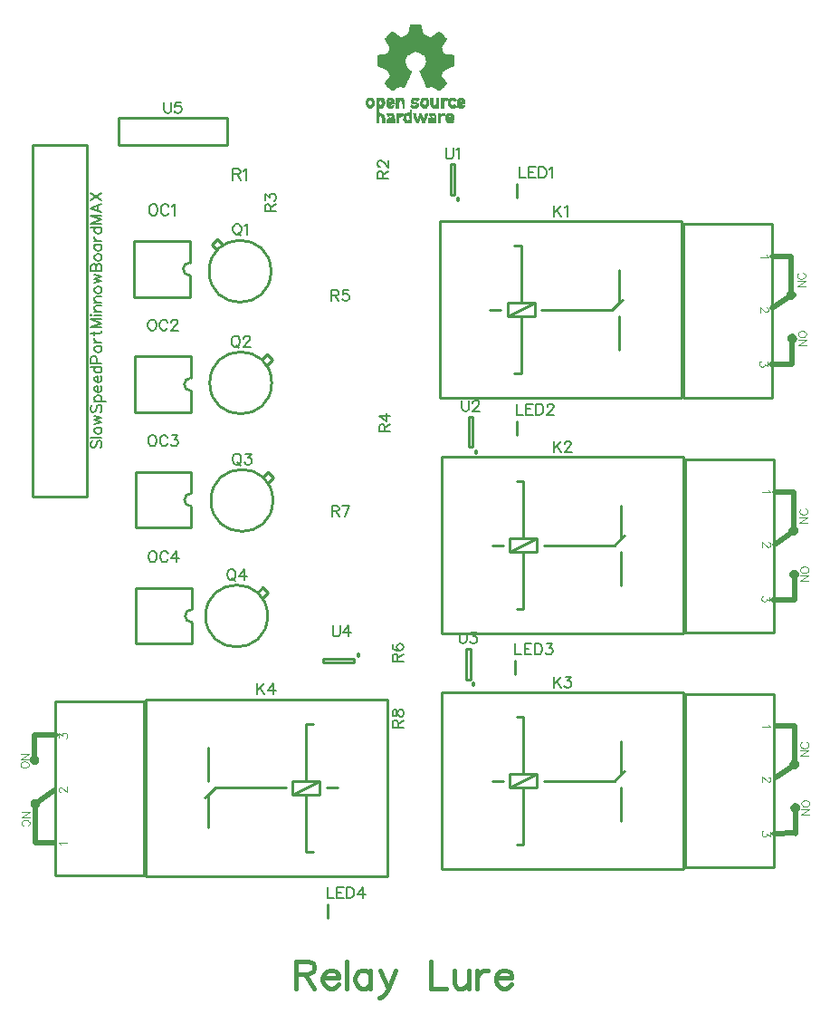
<source format=gbr>
G04 DipTrace 2.4.0.2*
%INTopSilk.gbr*%
%MOIN*%
%ADD10C,0.01*%
%ADD12C,0.003*%
%ADD15C,0.02*%
%ADD29C,0.018*%
%ADD65C,0.0062*%
%ADD66C,0.0154*%
%ADD67C,0.0046*%
%FSLAX44Y44*%
G04*
G70*
G90*
G75*
G01*
%LNTopSilk*%
%LPD*%
X31635Y35164D2*
D10*
X28370D1*
Y28790D1*
X31635D1*
Y35164D1*
X31709Y26525D2*
X28444D1*
Y20151D1*
X31709D1*
Y26525D1*
X31718Y17886D2*
X28453D1*
Y11512D1*
X31718D1*
Y17886D1*
X5235Y11222D2*
X8500D1*
Y17596D1*
X5235D1*
Y11222D1*
X19400Y35271D2*
X28300D1*
Y28771D2*
Y35271D1*
Y28771D2*
X19400D1*
Y35271D2*
Y28771D1*
X22150Y34371D2*
X22400D1*
Y32271D1*
X21900D1*
Y32021D1*
Y31771D1*
X22901D2*
Y32271D1*
X22400D1*
X21900Y31771D2*
X22400D1*
Y29671D1*
Y31771D2*
X22901D1*
X22400Y29671D2*
X22150D1*
X21900Y31771D2*
X22901Y32271D1*
X23150Y32021D2*
X25750D1*
X26001Y32271D1*
Y33491D2*
Y32271D1*
Y31771D2*
Y30541D1*
Y32271D2*
X26130Y32391D1*
X21251Y32021D2*
X21650D1*
X19483Y26604D2*
X28383D1*
Y20104D2*
Y26604D1*
Y20104D2*
X19483D1*
Y26604D2*
Y20104D1*
X22233Y25704D2*
X22483D1*
Y23605D1*
X21983D1*
Y23354D1*
Y23104D1*
X22983D2*
Y23605D1*
X22483D1*
X21983Y23104D2*
X22483D1*
Y21005D1*
Y23104D2*
X22983D1*
X22483Y21005D2*
X22233D1*
X21983Y23104D2*
X22983Y23605D1*
X23233Y23354D2*
X25833D1*
X26083Y23605D1*
Y24825D2*
Y23605D1*
Y23104D2*
Y21874D1*
Y23605D2*
X26213Y23724D1*
X21333Y23354D2*
X21733D1*
X19480Y17935D2*
X28380D1*
Y11435D2*
Y17935D1*
Y11435D2*
X19480D1*
Y17935D2*
Y11435D1*
X22230Y17035D2*
X22481D1*
Y14935D1*
X21980D1*
Y14685D1*
Y14435D1*
X22981D2*
Y14935D1*
X22481D1*
X21980Y14435D2*
X22481D1*
Y12335D1*
Y14435D2*
X22981D1*
X22481Y12335D2*
X22230D1*
X21980Y14435D2*
X22981Y14935D1*
X23230Y14685D2*
X25830D1*
X26081Y14935D1*
Y16155D2*
Y14935D1*
Y14435D2*
Y13205D1*
Y14935D2*
X26210Y15055D1*
X21331Y14685D2*
X21730D1*
X17479Y11183D2*
X8579D1*
Y17683D2*
Y11183D1*
Y17683D2*
X17479D1*
Y11183D2*
Y17683D1*
X14729Y12083D2*
X14479D1*
Y14183D1*
X14979D1*
Y14433D1*
Y14683D1*
X13979D2*
Y14183D1*
X14479D1*
X14979Y14683D2*
X14479D1*
Y16783D1*
Y14683D2*
X13979D1*
X14479Y16783D2*
X14729D1*
X14979Y14683D2*
X13979Y14183D1*
X13729Y14433D2*
X11129D1*
X10879Y14183D1*
Y12963D2*
Y14183D1*
Y14683D2*
Y15913D1*
Y14183D2*
X10749Y14063D1*
X15629Y14433D2*
X15229D1*
X22252Y36131D2*
Y36643D1*
X22235Y27418D2*
Y27929D1*
X22189Y18606D2*
Y19118D1*
X15278Y9643D2*
Y10155D1*
X10196Y34539D2*
X8148D1*
Y32492D1*
X10196D1*
Y33279D1*
Y33752D2*
Y34539D1*
Y33752D2*
G03X10196Y33279I0J-236D01*
G01*
X10236Y30297D2*
X8189D1*
Y28249D1*
X10236D1*
Y29037D1*
Y29509D2*
Y30297D1*
Y29509D2*
G03X10236Y29037I0J-236D01*
G01*
X10243Y26050D2*
X8196D1*
Y24003D1*
X10243D1*
Y24790D1*
Y25263D2*
Y26050D1*
Y25263D2*
G03X10243Y24790I0J-236D01*
G01*
X10268Y21784D2*
X8220D1*
Y19736D1*
X10268D1*
Y20524D1*
Y20996D2*
Y21784D1*
Y20996D2*
G03X10268Y20524I0J-236D01*
G01*
X11205Y34203D2*
X11008Y34400D1*
X11402D2*
X11205Y34597D1*
X11008Y34400D1*
X10913Y33434D2*
G02X10913Y33434I1139J0D01*
G01*
X12844Y30176D2*
X13041Y30373D1*
Y29979D2*
X13238Y30176D1*
X13041Y30373D1*
X10935Y29328D2*
G02X10935Y29328I1140J0D01*
G01*
X12889Y25852D2*
X13086Y26049D1*
Y25655D2*
X13283Y25852D1*
X13086Y26049D1*
X10980Y25004D2*
G02X10980Y25004I1140J0D01*
G01*
X12694Y21604D2*
X12891Y21801D1*
Y21407D2*
X13088Y21604D1*
X12891Y21801D1*
X10785Y20755D2*
G02X10785Y20755I1140J0D01*
G01*
X4423Y38077D2*
X6423D1*
Y25160D1*
X4423D2*
X6423D1*
X4423Y38077D2*
Y25160D1*
X19799Y36245D2*
X19949D1*
Y37371D1*
X19799D1*
Y36245D1*
D29*
X20075Y36068D3*
X20468Y26963D2*
D10*
X20618D1*
Y28089D1*
X20468D1*
Y26963D1*
D29*
X20744Y26786D3*
X20383Y18426D2*
D10*
X20533D1*
Y19552D1*
X20383D1*
Y18426D1*
D29*
X20659Y18249D3*
X16239Y19034D2*
D10*
X15113D1*
Y19184D1*
X16239D1*
Y19034D1*
D29*
X16416Y19310D3*
X11579Y38072D2*
D10*
Y39072D1*
X7579Y38072D2*
X11579D1*
X7579Y39072D2*
X11579D1*
X7579Y38072D2*
Y39072D1*
X31647Y33987D2*
D15*
X32348D1*
X32352Y32707D1*
X32269Y32563D2*
Y32568D1*
X32270Y32574D1*
X32271Y32579D1*
X32272Y32584D1*
X32274Y32589D1*
X32276Y32594D1*
X32278Y32599D1*
X32281Y32604D1*
X32284Y32609D1*
X32288Y32613D1*
X32291Y32617D1*
X32295Y32621D1*
X32300Y32624D1*
X32304Y32627D1*
X32309Y32630D1*
X32314Y32633D1*
X32319Y32635D1*
X32324Y32637D1*
X32329Y32638D1*
X32335Y32639D1*
X32340Y32640D1*
X32346D1*
X32351D1*
X32357D1*
X32362Y32639D1*
X32368Y32638D1*
X32373Y32637D1*
X32378Y32635D1*
X32383Y32633D1*
X32388Y32630D1*
X32393Y32627D1*
X32397Y32624D1*
X32402Y32621D1*
X32406Y32617D1*
X32409Y32613D1*
X32413Y32609D1*
X32416Y32604D1*
X32419Y32599D1*
X32421Y32594D1*
X32423Y32589D1*
X32425Y32584D1*
X32426Y32579D1*
X32427Y32574D1*
X32428Y32568D1*
Y32563D1*
Y32558D1*
X32427Y32552D1*
X32426Y32547D1*
X32425Y32542D1*
X32423Y32537D1*
X32421Y32532D1*
X32419Y32527D1*
X32416Y32522D1*
X32413Y32517D1*
X32409Y32513D1*
X32406Y32509D1*
X32402Y32505D1*
X32397Y32502D1*
X32393Y32499D1*
X32388Y32496D1*
X32383Y32493D1*
X32378Y32491D1*
X32373Y32489D1*
X32368Y32488D1*
X32362Y32487D1*
X32357Y32486D1*
X32351D1*
X32346D1*
X32340D1*
X32335Y32487D1*
X32329Y32488D1*
X32324Y32489D1*
X32319Y32491D1*
X32314Y32493D1*
X32309Y32496D1*
X32304Y32499D1*
X32300Y32502D1*
X32295Y32505D1*
X32291Y32509D1*
X32288Y32513D1*
X32284Y32517D1*
X32281Y32522D1*
X32278Y32527D1*
X32276Y32532D1*
X32274Y32537D1*
X32272Y32542D1*
X32271Y32547D1*
X32270Y32552D1*
X32269Y32558D1*
Y32563D1*
X32352Y32549D2*
X31650Y32067D1*
X31600Y30022D2*
X32379Y30029D1*
X32377Y30025D2*
X32381Y30844D1*
X32302Y30955D2*
Y30961D1*
X32303Y30966D1*
X32304Y30971D1*
X32305Y30977D1*
X32307Y30982D1*
X32309Y30987D1*
X32311Y30992D1*
X32314Y30996D1*
X32317Y31001D1*
X32320Y31005D1*
X32324Y31009D1*
X32328Y31013D1*
X32332Y31016D1*
X32337Y31020D1*
X32342Y31022D1*
X32346Y31025D1*
X32351Y31027D1*
X32357Y31029D1*
X32362Y31031D1*
X32367Y31032D1*
X32373D1*
X32378Y31033D1*
X32384D1*
X32390Y31032D1*
X32395D1*
X32400Y31031D1*
X32406Y31029D1*
X32411Y31027D1*
X32416Y31025D1*
X32421Y31022D1*
X32426Y31020D1*
X32430Y31016D1*
X32434Y31013D1*
X32438Y31009D1*
X32442Y31005D1*
X32445Y31001D1*
X32449Y30996D1*
X32451Y30992D1*
X32454Y30987D1*
X32456Y30982D1*
X32458Y30977D1*
X32459Y30971D1*
X32460Y30966D1*
Y30961D1*
X32461Y30955D1*
X32460Y30950D1*
Y30945D1*
X32459Y30939D1*
X32458Y30934D1*
X32456Y30929D1*
X32454Y30924D1*
X32451Y30919D1*
X32449Y30914D1*
X32445Y30910D1*
X32442Y30906D1*
X32438Y30902D1*
X32434Y30898D1*
X32430Y30894D1*
X32426Y30891D1*
X32421Y30888D1*
X32416Y30886D1*
X32411Y30884D1*
X32406Y30882D1*
X32400Y30880D1*
X32395Y30879D1*
X32390Y30878D1*
X32384D1*
X32378D1*
X32373D1*
X32367Y30879D1*
X32362Y30880D1*
X32357Y30882D1*
X32351Y30884D1*
X32346Y30886D1*
X32342Y30888D1*
X32337Y30891D1*
X32332Y30894D1*
X32328Y30898D1*
X32324Y30902D1*
X32320Y30906D1*
X32317Y30910D1*
X32314Y30914D1*
X32311Y30919D1*
X32309Y30924D1*
X32307Y30929D1*
X32305Y30934D1*
X32304Y30939D1*
X32303Y30945D1*
X32302Y30950D1*
Y30955D1*
X31731Y25311D2*
X32432D1*
X32436Y24031D1*
X32353Y23887D2*
Y23893D1*
X32354Y23898D1*
X32355Y23903D1*
X32356Y23908D1*
X32358Y23914D1*
X32360Y23919D1*
X32362Y23923D1*
X32365Y23928D1*
X32368Y23933D1*
X32372Y23937D1*
X32375Y23941D1*
X32379Y23945D1*
X32384Y23948D1*
X32388Y23951D1*
X32393Y23954D1*
X32398Y23957D1*
X32403Y23959D1*
X32408Y23961D1*
X32413Y23962D1*
X32419Y23963D1*
X32424Y23964D1*
X32430Y23965D1*
X32435D1*
X32441Y23964D1*
X32446Y23963D1*
X32452Y23962D1*
X32457Y23961D1*
X32462Y23959D1*
X32467Y23957D1*
X32472Y23954D1*
X32477Y23951D1*
X32481Y23948D1*
X32486Y23945D1*
X32490Y23941D1*
X32493Y23937D1*
X32497Y23933D1*
X32500Y23928D1*
X32503Y23923D1*
X32505Y23919D1*
X32507Y23914D1*
X32509Y23908D1*
X32510Y23903D1*
X32511Y23898D1*
X32512Y23893D1*
Y23887D1*
Y23882D1*
X32511Y23876D1*
X32510Y23871D1*
X32509Y23866D1*
X32507Y23861D1*
X32505Y23856D1*
X32503Y23851D1*
X32500Y23846D1*
X32497Y23842D1*
X32493Y23837D1*
X32490Y23833D1*
X32486Y23830D1*
X32481Y23826D1*
X32477Y23823D1*
X32472Y23820D1*
X32467Y23818D1*
X32462Y23815D1*
X32457Y23814D1*
X32452Y23812D1*
X32446Y23811D1*
X32441Y23810D1*
X32435D1*
X32430D1*
X32424D1*
X32419Y23811D1*
X32413Y23812D1*
X32408Y23814D1*
X32403Y23815D1*
X32398Y23818D1*
X32393Y23820D1*
X32388Y23823D1*
X32384Y23826D1*
X32379Y23830D1*
X32375Y23833D1*
X32372Y23837D1*
X32368Y23842D1*
X32365Y23846D1*
X32362Y23851D1*
X32360Y23856D1*
X32358Y23861D1*
X32356Y23866D1*
X32355Y23871D1*
X32354Y23876D1*
X32353Y23882D1*
Y23887D1*
X32436Y23873D2*
X31734Y23391D1*
X31684Y21346D2*
X32463Y21353D1*
X32461Y21349D2*
X32465Y22168D1*
X32386Y22280D2*
Y22285D1*
X32387Y22290D1*
X32388Y22296D1*
X32389Y22301D1*
X32391Y22306D1*
X32393Y22311D1*
X32395Y22316D1*
X32398Y22321D1*
X32401Y22325D1*
X32404Y22329D1*
X32408Y22333D1*
X32412Y22337D1*
X32416Y22341D1*
X32421Y22344D1*
X32426Y22347D1*
X32430Y22349D1*
X32435Y22351D1*
X32441Y22353D1*
X32446Y22355D1*
X32451Y22356D1*
X32457Y22357D1*
X32462D1*
X32468D1*
X32474D1*
X32479Y22356D1*
X32484Y22355D1*
X32490Y22353D1*
X32495Y22351D1*
X32500Y22349D1*
X32505Y22347D1*
X32510Y22344D1*
X32514Y22341D1*
X32518Y22337D1*
X32522Y22333D1*
X32526Y22329D1*
X32529Y22325D1*
X32533Y22321D1*
X32535Y22316D1*
X32538Y22311D1*
X32540Y22306D1*
X32542Y22301D1*
X32543Y22296D1*
X32544Y22290D1*
Y22285D1*
X32545Y22280D1*
X32544Y22274D1*
Y22269D1*
X32543Y22263D1*
X32542Y22258D1*
X32540Y22253D1*
X32538Y22248D1*
X32535Y22243D1*
X32533Y22238D1*
X32529Y22234D1*
X32526Y22230D1*
X32522Y22226D1*
X32518Y22222D1*
X32514Y22219D1*
X32510Y22215D1*
X32505Y22212D1*
X32500Y22210D1*
X32495Y22208D1*
X32490Y22206D1*
X32484Y22204D1*
X32479Y22203D1*
X32474D1*
X32468Y22202D1*
X32462D1*
X32457Y22203D1*
X32451D1*
X32446Y22204D1*
X32441Y22206D1*
X32435Y22208D1*
X32430Y22210D1*
X32426Y22212D1*
X32421Y22215D1*
X32416Y22219D1*
X32412Y22222D1*
X32408Y22226D1*
X32404Y22230D1*
X32401Y22234D1*
X32398Y22238D1*
X32395Y22243D1*
X32393Y22248D1*
X32391Y22253D1*
X32389Y22258D1*
X32388Y22263D1*
X32387Y22269D1*
X32386Y22274D1*
Y22280D1*
X31766Y16722D2*
X32467D1*
X32471Y15442D1*
X32388Y15298D2*
X32389Y15303D1*
Y15309D1*
X32390Y15314D1*
X32392Y15319D1*
X32393Y15324D1*
X32395Y15329D1*
X32398Y15334D1*
X32401Y15339D1*
X32404Y15343D1*
X32407Y15348D1*
X32411Y15352D1*
X32415Y15355D1*
X32419Y15359D1*
X32423Y15362D1*
X32428Y15365D1*
X32433Y15367D1*
X32438Y15370D1*
X32443Y15372D1*
X32449Y15373D1*
X32454Y15374D1*
X32460Y15375D1*
X32465D1*
X32471D1*
X32476D1*
X32482Y15374D1*
X32487Y15373D1*
X32492Y15372D1*
X32498Y15370D1*
X32503Y15367D1*
X32508Y15365D1*
X32512Y15362D1*
X32517Y15359D1*
X32521Y15355D1*
X32525Y15352D1*
X32529Y15348D1*
X32532Y15343D1*
X32535Y15339D1*
X32538Y15334D1*
X32540Y15329D1*
X32542Y15324D1*
X32544Y15319D1*
X32546Y15314D1*
Y15309D1*
X32547Y15303D1*
Y15298D1*
Y15293D1*
X32546Y15287D1*
Y15282D1*
X32544Y15277D1*
X32542Y15271D1*
X32540Y15266D1*
X32538Y15262D1*
X32535Y15257D1*
X32532Y15252D1*
X32529Y15248D1*
X32525Y15244D1*
X32521Y15240D1*
X32517Y15237D1*
X32512Y15234D1*
X32508Y15231D1*
X32503Y15228D1*
X32498Y15226D1*
X32492Y15224D1*
X32487Y15223D1*
X32482Y15222D1*
X32476Y15221D1*
X32471D1*
X32465D1*
X32460D1*
X32454Y15222D1*
X32449Y15223D1*
X32443Y15224D1*
X32438Y15226D1*
X32433Y15228D1*
X32428Y15231D1*
X32423Y15234D1*
X32419Y15237D1*
X32415Y15240D1*
X32411Y15244D1*
X32407Y15248D1*
X32404Y15252D1*
X32401Y15257D1*
X32398Y15262D1*
X32395Y15266D1*
X32393Y15271D1*
X32392Y15277D1*
X32390Y15282D1*
X32389Y15287D1*
Y15293D1*
X32388Y15298D1*
X32471Y15283D2*
X31769Y14802D1*
X31719Y12757D2*
X32499Y12764D1*
X32496Y12760D2*
X32500Y13579D1*
X32421Y13690D2*
Y13696D1*
X32422Y13701D1*
X32423Y13706D1*
X32424Y13712D1*
X32426Y13717D1*
X32428Y13722D1*
X32431Y13727D1*
X32433Y13731D1*
X32436Y13736D1*
X32440Y13740D1*
X32444Y13744D1*
X32448Y13748D1*
X32452Y13751D1*
X32456Y13754D1*
X32461Y13757D1*
X32466Y13760D1*
X32471Y13762D1*
X32476Y13764D1*
X32481Y13765D1*
X32487Y13767D1*
X32492D1*
X32498Y13768D1*
X32503D1*
X32509Y13767D1*
X32514D1*
X32520Y13765D1*
X32525Y13764D1*
X32530Y13762D1*
X32535Y13760D1*
X32540Y13757D1*
X32545Y13754D1*
X32550Y13751D1*
X32554Y13748D1*
X32558Y13744D1*
X32561Y13740D1*
X32565Y13736D1*
X32568Y13731D1*
X32571Y13727D1*
X32573Y13722D1*
X32575Y13717D1*
X32577Y13712D1*
X32578Y13706D1*
X32579Y13701D1*
X32580Y13696D1*
Y13690D1*
Y13685D1*
X32579Y13680D1*
X32578Y13674D1*
X32577Y13669D1*
X32575Y13664D1*
X32573Y13659D1*
X32571Y13654D1*
X32568Y13649D1*
X32565Y13645D1*
X32561Y13641D1*
X32558Y13637D1*
X32554Y13633D1*
X32550Y13629D1*
X32545Y13626D1*
X32540Y13623D1*
X32535Y13621D1*
X32530Y13619D1*
X32525Y13617D1*
X32520Y13615D1*
X32514Y13614D1*
X32509Y13613D1*
X32503D1*
X32498D1*
X32492D1*
X32487Y13614D1*
X32481Y13615D1*
X32476Y13617D1*
X32471Y13619D1*
X32466Y13621D1*
X32461Y13623D1*
X32456Y13626D1*
X32452Y13629D1*
X32448Y13633D1*
X32444Y13637D1*
X32440Y13641D1*
X32436Y13645D1*
X32433Y13649D1*
X32431Y13654D1*
X32428Y13659D1*
X32426Y13664D1*
X32424Y13669D1*
X32423Y13674D1*
X32422Y13680D1*
X32421Y13685D1*
Y13690D1*
X5214Y12424D2*
X4513D1*
X4510Y13703D1*
X4433Y13848D2*
X4434Y13853D1*
Y13859D1*
X4435Y13864D1*
X4437Y13869D1*
X4438Y13874D1*
X4440Y13879D1*
X4443Y13884D1*
X4445Y13889D1*
X4449Y13893D1*
X4452Y13898D1*
X4456Y13902D1*
X4460Y13905D1*
X4464Y13909D1*
X4468Y13912D1*
X4473Y13915D1*
X4478Y13917D1*
X4483Y13920D1*
X4488Y13921D1*
X4494Y13923D1*
X4499Y13924D1*
X4505Y13925D1*
X4510D1*
X4516D1*
X4521D1*
X4527Y13924D1*
X4532Y13923D1*
X4537Y13921D1*
X4543Y13920D1*
X4548Y13917D1*
X4553Y13915D1*
X4557Y13912D1*
X4562Y13909D1*
X4566Y13905D1*
X4570Y13902D1*
X4574Y13898D1*
X4577Y13893D1*
X4580Y13889D1*
X4583Y13884D1*
X4585Y13879D1*
X4587Y13874D1*
X4589Y13869D1*
X4590Y13864D1*
X4591Y13859D1*
X4592Y13853D1*
Y13848D1*
Y13842D1*
X4591Y13837D1*
X4590Y13832D1*
X4589Y13826D1*
X4587Y13821D1*
X4585Y13816D1*
X4583Y13811D1*
X4580Y13807D1*
X4577Y13802D1*
X4574Y13798D1*
X4570Y13794D1*
X4566Y13790D1*
X4562Y13787D1*
X4557Y13784D1*
X4553Y13781D1*
X4548Y13778D1*
X4543Y13776D1*
X4537Y13774D1*
X4532Y13773D1*
X4527Y13772D1*
X4521Y13771D1*
X4516Y13770D1*
X4510D1*
X4505Y13771D1*
X4499Y13772D1*
X4494Y13773D1*
X4488Y13774D1*
X4483Y13776D1*
X4478Y13778D1*
X4473Y13781D1*
X4468Y13784D1*
X4464Y13787D1*
X4460Y13790D1*
X4456Y13794D1*
X4452Y13798D1*
X4449Y13802D1*
X4445Y13807D1*
X4443Y13811D1*
X4440Y13816D1*
X4438Y13821D1*
X4437Y13826D1*
X4435Y13832D1*
X4434Y13837D1*
Y13842D1*
X4433Y13848D1*
X4510Y13862D2*
X5212Y14344D1*
X5262Y16388D2*
X4482Y16382D1*
X4485Y16386D2*
X4481Y15567D1*
X4401Y15455D2*
Y15461D1*
Y15466D1*
X4402Y15471D1*
X4404Y15477D1*
X4405Y15482D1*
X4407Y15487D1*
X4410Y15492D1*
X4413Y15496D1*
X4416Y15501D1*
X4419Y15505D1*
X4423Y15509D1*
X4427Y15513D1*
X4431Y15516D1*
X4436Y15520D1*
X4440Y15522D1*
X4445Y15525D1*
X4450Y15527D1*
X4455Y15529D1*
X4461Y15531D1*
X4466Y15532D1*
X4472D1*
X4477Y15533D1*
X4483D1*
X4488Y15532D1*
X4494D1*
X4499Y15531D1*
X4505Y15529D1*
X4510Y15527D1*
X4515Y15525D1*
X4520Y15522D1*
X4524Y15520D1*
X4529Y15516D1*
X4533Y15513D1*
X4537Y15509D1*
X4541Y15505D1*
X4544Y15501D1*
X4547Y15496D1*
X4550Y15492D1*
X4553Y15487D1*
X4555Y15482D1*
X4556Y15477D1*
X4558Y15471D1*
X4559Y15466D1*
Y15461D1*
Y15455D1*
Y15450D1*
Y15445D1*
X4558Y15439D1*
X4556Y15434D1*
X4555Y15429D1*
X4553Y15424D1*
X4550Y15419D1*
X4547Y15414D1*
X4544Y15410D1*
X4541Y15406D1*
X4537Y15402D1*
X4533Y15398D1*
X4529Y15394D1*
X4524Y15391D1*
X4520Y15388D1*
X4515Y15386D1*
X4510Y15384D1*
X4505Y15382D1*
X4499Y15380D1*
X4494Y15379D1*
X4488Y15378D1*
X4483D1*
X4477D1*
X4472D1*
X4466Y15379D1*
X4461Y15380D1*
X4455Y15382D1*
X4450Y15384D1*
X4445Y15386D1*
X4440Y15388D1*
X4436Y15391D1*
X4431Y15394D1*
X4427Y15398D1*
X4423Y15402D1*
X4419Y15406D1*
X4416Y15410D1*
X4413Y15414D1*
X4410Y15419D1*
X4407Y15424D1*
X4405Y15429D1*
X4404Y15434D1*
X4402Y15439D1*
X4401Y15445D1*
Y15450D1*
Y15455D1*
X18298Y42507D2*
D12*
X18688D1*
X18298Y42477D2*
X18702D1*
X18297Y42447D2*
X18711D1*
X18293Y42417D2*
X18716D1*
X18286Y42387D2*
X18722D1*
X18278Y42357D2*
X18730D1*
X18273Y42327D2*
X18738D1*
X18269Y42297D2*
X18743D1*
X18264Y42267D2*
X18747D1*
X17608Y42237D2*
X17668D1*
X18256D2*
X18753D1*
X19348D2*
X19378D1*
X17578Y42207D2*
X17717D1*
X18245D2*
X18764D1*
X19300D2*
X19422D1*
X17548Y42177D2*
X17764D1*
X18230D2*
X18781D1*
X19253D2*
X19461D1*
X17518Y42147D2*
X17810D1*
X18191D2*
X18823D1*
X19207D2*
X19495D1*
X17488Y42117D2*
X17856D1*
X18135D2*
X18880D1*
X19161D2*
X19527D1*
X17458Y42087D2*
X17902D1*
X18062D2*
X18954D1*
X19115D2*
X19558D1*
X17430Y42057D2*
X17949D1*
X17974D2*
X19042D1*
X19067D2*
X19587D1*
X17406Y42027D2*
X19611D1*
X17388Y41997D2*
X19629D1*
X17390Y41967D2*
X19627D1*
X17404Y41937D2*
X19613D1*
X17421Y41907D2*
X19596D1*
X17439Y41877D2*
X19577D1*
X17459Y41847D2*
X19554D1*
X17478Y41817D2*
X19531D1*
X17499Y41787D2*
X19510D1*
X17522Y41757D2*
X19489D1*
X17543Y41727D2*
X19471D1*
X17560Y41697D2*
X19456D1*
X17558Y41667D2*
X19457D1*
X17550Y41637D2*
X19462D1*
X17540Y41607D2*
X19470D1*
X17529Y41577D2*
X19480D1*
X17519Y41547D2*
X19493D1*
X17506Y41517D2*
X18425D1*
X18591D2*
X19507D1*
X17489Y41487D2*
X18353D1*
X18664D2*
X19523D1*
X17438Y41457D2*
X18295D1*
X18722D2*
X19557D1*
X17353Y41427D2*
X18250D1*
X18766D2*
X19646D1*
X17234Y41397D2*
X18214D1*
X18802D2*
X19772D1*
X17098Y41367D2*
X18185D1*
X18830D2*
X19918D1*
X17098Y41337D2*
X18162D1*
X18850D2*
X19918D1*
X17098Y41307D2*
X18145D1*
X18865D2*
X19918D1*
X17098Y41277D2*
X18132D1*
X18877D2*
X19918D1*
X17098Y41247D2*
X18125D1*
X18887D2*
X19918D1*
X17098Y41217D2*
X18121D1*
X18893D2*
X19918D1*
X17098Y41187D2*
X18119D1*
X18896D2*
X19918D1*
X17098Y41157D2*
X18119D1*
X18897D2*
X19918D1*
X17098Y41127D2*
X18120D1*
X18897D2*
X19918D1*
X17098Y41097D2*
X18123D1*
X18893D2*
X19918D1*
X17099Y41067D2*
X18132D1*
X18885D2*
X19918D1*
X17101Y41037D2*
X18143D1*
X18873D2*
X19915D1*
X17106Y41007D2*
X18157D1*
X18860D2*
X19911D1*
X17173Y40977D2*
X18172D1*
X18843D2*
X19843D1*
X17260Y40947D2*
X18192D1*
X18821D2*
X19756D1*
X17347Y40917D2*
X18219D1*
X18790D2*
X19670D1*
X17412Y40887D2*
X18253D1*
X18756D2*
X19603D1*
X17460Y40857D2*
X18289D1*
X18722D2*
X19559D1*
X17480Y40827D2*
X18324D1*
X18690D2*
X19530D1*
X17496Y40797D2*
X18358D1*
X18658D2*
X19510D1*
X17511Y40767D2*
X18343D1*
X18673D2*
X19493D1*
X17526Y40737D2*
X18331D1*
X18686D2*
X19480D1*
X17542Y40707D2*
X18318D1*
X18698D2*
X19468D1*
X17559Y40677D2*
X18305D1*
X18712D2*
X19454D1*
X17578Y40647D2*
X18290D1*
X18726D2*
X19438D1*
X17553Y40617D2*
X18276D1*
X18741D2*
X19458D1*
X17530Y40587D2*
X18261D1*
X18755D2*
X19479D1*
X17508Y40557D2*
X18246D1*
X18767D2*
X19502D1*
X17485Y40527D2*
X18231D1*
X18778D2*
X19525D1*
X17461Y40497D2*
X18216D1*
X18789D2*
X19547D1*
X17440Y40467D2*
X18202D1*
X18802D2*
X19568D1*
X17419Y40437D2*
X18190D1*
X18816D2*
X19588D1*
X17401Y40407D2*
X18179D1*
X18831D2*
X19608D1*
X17387Y40377D2*
X18167D1*
X18845D2*
X19628D1*
X17390Y40347D2*
X18154D1*
X18857D2*
X19648D1*
X17409Y40317D2*
X18140D1*
X18867D2*
X19618D1*
X17433Y40287D2*
X18125D1*
X18878D2*
X19588D1*
X17460Y40257D2*
X17904D1*
X17968D2*
X18107D1*
X18889D2*
X19048D1*
X19113D2*
X19558D1*
X17489Y40227D2*
X17865D1*
X18028D2*
X18088D1*
X18898D2*
X18988D1*
X19152D2*
X19528D1*
X17519Y40197D2*
X17823D1*
X19193D2*
X19498D1*
X17548Y40167D2*
X17781D1*
X19236D2*
X19468D1*
X17578Y40137D2*
X17739D1*
X19278D2*
X19438D1*
X17608Y40107D2*
X17698D1*
X19318D2*
X19408D1*
X16738Y39807D2*
X16918D1*
X17068D2*
X17308D1*
X17488D2*
X17638D1*
X17788D2*
X18028D1*
X18388D2*
X18568D1*
X18748D2*
X18928D1*
X19048D2*
X19138D1*
X19288D2*
X19348D1*
X19438D2*
X19678D1*
X19768D2*
X19948D1*
X20098D2*
X20248D1*
X16720Y39777D2*
X16942D1*
X17068D2*
X17327D1*
X17464D2*
X17671D1*
X17788D2*
X18052D1*
X18364D2*
X18628D1*
X18724D2*
X18947D1*
X19048D2*
X19138D1*
X19288D2*
X19348D1*
X19438D2*
X19978D1*
X20068D2*
X20276D1*
X16704Y39747D2*
X16960D1*
X17068D2*
X17343D1*
X17447D2*
X17695D1*
X17788D2*
X18070D1*
X18347D2*
X18593D1*
X18707D2*
X18963D1*
X19048D2*
X19138D1*
X19288D2*
X19348D1*
X19438D2*
X20297D1*
X16692Y39717D2*
X16764D1*
X16882D2*
X16970D1*
X17068D2*
X17164D1*
X17242D2*
X17355D1*
X17437D2*
X17518D1*
X17623D2*
X17712D1*
X17788D2*
X17914D1*
X17992D2*
X18080D1*
X18335D2*
X18418D1*
X18568D2*
X18552D1*
X18697D2*
X18784D1*
X18903D2*
X18975D1*
X19048D2*
X19138D1*
X19288D2*
X19348D1*
X19438D2*
X19564D1*
X19648D2*
D3*
X19708D2*
X19804D1*
X19918D2*
X19978D1*
X20038D2*
X20128D1*
X20233D2*
X20303D1*
X16684Y39687D2*
X16756D1*
X16900D2*
X16975D1*
X17068D2*
X17147D1*
X17260D2*
X17362D1*
X17432D2*
X17488D1*
X17576D2*
X17721D1*
X17788D2*
X17897D1*
X18010D2*
X18085D1*
X18335D2*
X18418D1*
X18692D2*
X18767D1*
X18910D2*
X18982D1*
X19048D2*
X19138D1*
X19288D2*
X19348D1*
X19438D2*
X19547D1*
X19708D2*
X19787D1*
X20038D2*
X20098D1*
X20186D2*
X20306D1*
X16681Y39657D2*
X16750D1*
X16910D2*
X16977D1*
X17068D2*
X17137D1*
X17270D2*
X17366D1*
X17430D2*
X17725D1*
X17788D2*
X17887D1*
X18020D2*
X18087D1*
X18350D2*
X18512D1*
X18690D2*
X18757D1*
X18917D2*
X18986D1*
X19048D2*
X19138D1*
X19288D2*
X19348D1*
X19438D2*
X19537D1*
X19708D2*
X19775D1*
X20038D2*
X20307D1*
X16679Y39627D2*
X16746D1*
X16915D2*
X16978D1*
X17068D2*
X17132D1*
X17273D2*
X17366D1*
X17429D2*
X17727D1*
X17788D2*
X17882D1*
X18025D2*
X18088D1*
X18401D2*
X18583D1*
X18689D2*
X18752D1*
X18920D2*
X18987D1*
X19048D2*
X19140D1*
X19286D2*
X19348D1*
X19438D2*
X19532D1*
X19708D2*
X19775D1*
X20038D2*
X20308D1*
X16680Y39597D2*
X16756D1*
X16909D2*
X16978D1*
X17068D2*
X17138D1*
X17273D2*
X17363D1*
X17429D2*
X17728D1*
X17788D2*
X17880D1*
X18027D2*
X18088D1*
X18477D2*
X18611D1*
X18689D2*
X18758D1*
X18911D2*
X18987D1*
X19049D2*
X19143D1*
X19280D2*
X19348D1*
X19438D2*
X19530D1*
X19708D2*
X19785D1*
X20038D2*
X20308D1*
X16685Y39567D2*
X16782D1*
X16883D2*
X16977D1*
X17068D2*
X17164D1*
X17258D2*
X17355D1*
X17430D2*
X17488D1*
X17788D2*
X17879D1*
X18028D2*
X18088D1*
X18358D2*
D3*
X18568D2*
X18622D1*
X18690D2*
X18784D1*
X18884D2*
X18982D1*
X19054D2*
X19158D1*
X19247D2*
X19348D1*
X19438D2*
X19529D1*
X19710D2*
X19812D1*
X19948D2*
D3*
X20038D2*
X20098D1*
X16697Y39537D2*
X16818D1*
X16829D2*
X16974D1*
X17068D2*
X17218D1*
X17226D2*
X17342D1*
X17433D2*
X17560D1*
X17638D2*
X17698D1*
X17788D2*
X17878D1*
X18028D2*
X18088D1*
X18328D2*
X18418D1*
X18496D2*
X18622D1*
X18693D2*
X18838D1*
X18849D2*
X18970D1*
X19063D2*
X19191D1*
X19197D2*
X19348D1*
X19438D2*
X19528D1*
X19713D2*
X19848D1*
X19874D2*
X19978D1*
X20038D2*
X20170D1*
X20248D2*
X20308D1*
X16717Y39507D2*
X16959D1*
X17068D2*
X17325D1*
X17448D2*
X17691D1*
X17788D2*
X17878D1*
X18028D2*
X18088D1*
X18298D2*
X18608D1*
X18708D2*
X18950D1*
X19080D2*
X19348D1*
X19438D2*
X19528D1*
X19728D2*
X20301D1*
X16741Y39477D2*
X16926D1*
X17068D2*
X17303D1*
X17481D2*
X17667D1*
X17788D2*
X17878D1*
X18028D2*
X18088D1*
X18356D2*
X18575D1*
X18741D2*
X18925D1*
X19106D2*
X19348D1*
X19438D2*
X19528D1*
X19761D2*
X19978D1*
X20068D2*
X20277D1*
X16768Y39447D2*
X16888D1*
X17068D2*
X17128D1*
X17188D2*
X17278D1*
X17518D2*
X17638D1*
X17788D2*
X17878D1*
X18028D2*
X18088D1*
X18418D2*
X18538D1*
X18778D2*
X18898D1*
X19138D2*
X19228D1*
X19288D2*
X19348D1*
X19438D2*
X19528D1*
X19798D2*
X19918D1*
X20128D2*
X20248D1*
X17068Y39417D2*
X17128D1*
X17068Y39387D2*
X17128D1*
X18298D2*
X18358D1*
X17068Y39357D2*
X17128D1*
X18298D2*
X18358D1*
X17068Y39327D2*
X17128D1*
X18298D2*
X18358D1*
X17068Y39297D2*
X17128D1*
X18298D2*
X18358D1*
X17068Y39267D2*
X17128D1*
X18298D2*
X18358D1*
X17068Y39237D2*
X17223D1*
X17458D2*
X17668D1*
X17818D2*
X18058D1*
X18118D2*
X18358D1*
X18418D2*
X18508D1*
X18658D2*
X18718D1*
X18868D2*
X18958D1*
X19018D2*
X19198D1*
X19348D2*
X19408D1*
X19468D2*
X19588D1*
X19678D2*
X19828D1*
X17068Y39207D2*
X17287D1*
X17428D2*
X17687D1*
X17818D2*
X18358D1*
X18429D2*
X18509D1*
X18643D2*
X18723D1*
X18858D2*
X18943D1*
X19008D2*
X19222D1*
X19348D2*
X19588D1*
X19648D2*
X19866D1*
X17068Y39177D2*
X17333D1*
X17464D2*
X17703D1*
X17818D2*
X18047D1*
X18094D2*
X18358D1*
X18438D2*
X18513D1*
X18631D2*
X18732D1*
X18849D2*
X18931D1*
X19008D2*
X19240D1*
X19348D2*
X19897D1*
X17068Y39147D2*
X17164D1*
X17242D2*
X17350D1*
X17504D2*
X17488D1*
X17638D2*
X17715D1*
X17818D2*
X17970D1*
X18077D2*
X18148D1*
X18262D2*
X18358D1*
X18444D2*
X18521D1*
X18619D2*
X18746D1*
X18842D2*
X18919D1*
X19055D2*
X19048D1*
X19198D2*
X19250D1*
X19348D2*
X19434D1*
X19618D2*
X19708D1*
X19813D2*
X19908D1*
X17068Y39117D2*
X17147D1*
X17260D2*
X17360D1*
X17638D2*
X17722D1*
X17818D2*
X17913D1*
X18067D2*
X18148D1*
X18280D2*
X18358D1*
X18451D2*
X18529D1*
X18608D2*
X18768D1*
X18835D2*
X18908D1*
X19198D2*
X19255D1*
X19348D2*
X19426D1*
X19618D2*
X19678D1*
X19766D2*
X19914D1*
X17068Y39087D2*
X17137D1*
X17270D2*
X17365D1*
X17545D2*
X17726D1*
X17818D2*
X17892D1*
X18062D2*
X18148D1*
X18290D2*
X18358D1*
X18460D2*
X18539D1*
X18598D2*
X18800D1*
X18823D2*
X18899D1*
X18988D2*
X19257D1*
X19348D2*
X19418D1*
X19618D2*
X19917D1*
X17068Y39057D2*
X17132D1*
X17275D2*
X17367D1*
X17473D2*
X17727D1*
X17818D2*
X17884D1*
X18060D2*
X18150D1*
X18295D2*
X18358D1*
X18469D2*
X18553D1*
X18584D2*
X18654D1*
X18718D2*
X18888D1*
X18978D2*
X19258D1*
X19348D2*
X19413D1*
X19618D2*
X19918D1*
X17068Y39027D2*
X17130D1*
X17277D2*
X17368D1*
X17446D2*
X17728D1*
X17818D2*
X17881D1*
X18060D2*
X18153D1*
X18289D2*
X18358D1*
X18478D2*
X18646D1*
X18719D2*
X18878D1*
X18969D2*
X19258D1*
X19348D2*
X19410D1*
X19620D2*
X19918D1*
X17068Y38997D2*
X17129D1*
X17278D2*
X17368D1*
X17435D2*
X17505D1*
X17627D2*
X17728D1*
X17818D2*
X17879D1*
X18065D2*
X18168D1*
X18263D2*
X18358D1*
X18490D2*
X18637D1*
X18723D2*
X18869D1*
X18965D2*
X19035D1*
X19182D2*
X19258D1*
X19348D2*
X19409D1*
X19625D2*
X19708D1*
X17068Y38967D2*
X17128D1*
X17278D2*
X17368D1*
X17437D2*
X17566D1*
X17591D2*
X17728D1*
X17818D2*
X17879D1*
X18077D2*
X18201D1*
X18209D2*
X18358D1*
X18503D2*
X18627D1*
X18731D2*
X18858D1*
X18964D2*
X19096D1*
X19120D2*
X19258D1*
X19348D2*
X19409D1*
X19637D2*
X19766D1*
X19828D2*
X19888D1*
X17068Y38937D2*
X17128D1*
X17278D2*
X17368D1*
X17445D2*
X17728D1*
X17818D2*
X17878D1*
X18096D2*
X18358D1*
X18520D2*
X18614D1*
X18740D2*
X18848D1*
X18975D2*
X19258D1*
X19348D2*
X19408D1*
X19656D2*
X19918D1*
X17068Y38907D2*
X17128D1*
X17278D2*
X17368D1*
X17458D2*
X17728D1*
X17818D2*
X17878D1*
X18118D2*
X18358D1*
X18538D2*
X18598D1*
X18748D2*
X18838D1*
X18988D2*
X19258D1*
X19348D2*
X19408D1*
X19678D2*
X19888D1*
X18298Y42507D2*
Y42477D1*
X18297Y42447D1*
X18293Y42417D1*
X18286Y42387D1*
X18278Y42357D1*
X18273Y42327D1*
X18269Y42297D1*
X18264Y42267D1*
X18256Y42237D1*
X18245Y42207D1*
X18230Y42177D1*
X18191Y42147D1*
X18135Y42117D1*
X18062Y42087D1*
X17974Y42057D1*
X17878Y42027D1*
X18688Y42507D2*
X18702Y42477D1*
X18711Y42447D1*
X18716Y42417D1*
X18722Y42387D1*
X18730Y42357D1*
X18738Y42327D1*
X18743Y42297D1*
X18747Y42267D1*
X18753Y42237D1*
X18764Y42207D1*
X18781Y42177D1*
X18823Y42147D1*
X18880Y42117D1*
X18954Y42087D1*
X19042Y42057D1*
X19138Y42027D1*
X17608Y42237D2*
X17578Y42207D1*
X17548Y42177D1*
X17518Y42147D1*
X17488Y42117D1*
X17458Y42087D1*
X17430Y42057D1*
X17406Y42027D1*
X17388Y41997D1*
X17390Y41967D1*
X17404Y41937D1*
X17421Y41907D1*
X17439Y41877D1*
X17459Y41847D1*
X17478Y41817D1*
X17499Y41787D1*
X17522Y41757D1*
X17543Y41727D1*
X17560Y41697D1*
X17558Y41667D1*
X17550Y41637D1*
X17540Y41607D1*
X17529Y41577D1*
X17519Y41547D1*
X17506Y41517D1*
X17489Y41487D1*
X17438Y41457D1*
X17353Y41427D1*
X17234Y41397D1*
X17098Y41367D1*
Y41337D1*
Y41307D1*
Y41277D1*
Y41247D1*
Y41217D1*
Y41187D1*
Y41157D1*
Y41127D1*
Y41097D1*
X17099Y41067D1*
X17101Y41037D1*
X17106Y41007D1*
X17173Y40977D1*
X17260Y40947D1*
X17347Y40917D1*
X17412Y40887D1*
X17460Y40857D1*
X17480Y40827D1*
X17496Y40797D1*
X17511Y40767D1*
X17526Y40737D1*
X17542Y40707D1*
X17559Y40677D1*
X17578Y40647D1*
X17553Y40617D1*
X17530Y40587D1*
X17508Y40557D1*
X17485Y40527D1*
X17461Y40497D1*
X17440Y40467D1*
X17419Y40437D1*
X17401Y40407D1*
X17387Y40377D1*
X17390Y40347D1*
X17409Y40317D1*
X17433Y40287D1*
X17460Y40257D1*
X17489Y40227D1*
X17519Y40197D1*
X17548Y40167D1*
X17578Y40137D1*
X17608Y40107D1*
X17668Y42237D2*
X17717Y42207D1*
X17764Y42177D1*
X17810Y42147D1*
X17856Y42117D1*
X17902Y42087D1*
X17949Y42057D1*
X17998Y42027D1*
X19348Y42237D2*
X19300Y42207D1*
X19253Y42177D1*
X19207Y42147D1*
X19161Y42117D1*
X19115Y42087D1*
X19067Y42057D1*
X19018Y42027D1*
X19378Y42237D2*
X19422Y42207D1*
X19461Y42177D1*
X19495Y42147D1*
X19527Y42117D1*
X19558Y42087D1*
X19587Y42057D1*
X19611Y42027D1*
X19629Y41997D1*
X19627Y41967D1*
X19613Y41937D1*
X19596Y41907D1*
X19577Y41877D1*
X19554Y41847D1*
X19531Y41817D1*
X19510Y41787D1*
X19489Y41757D1*
X19471Y41727D1*
X19456Y41697D1*
X19457Y41667D1*
X19462Y41637D1*
X19470Y41607D1*
X19480Y41577D1*
X19493Y41547D1*
X19507Y41517D1*
X19523Y41487D1*
X19557Y41457D1*
X19646Y41427D1*
X19772Y41397D1*
X19918Y41367D1*
Y41337D1*
Y41307D1*
Y41277D1*
Y41247D1*
Y41217D1*
Y41187D1*
Y41157D1*
Y41127D1*
Y41097D1*
Y41067D1*
X19915Y41037D1*
X19911Y41007D1*
X19843Y40977D1*
X19756Y40947D1*
X19670Y40917D1*
X19603Y40887D1*
X19559Y40857D1*
X19530Y40827D1*
X19510Y40797D1*
X19493Y40767D1*
X19480Y40737D1*
X19468Y40707D1*
X19454Y40677D1*
X19438Y40647D1*
X19458Y40617D1*
X19479Y40587D1*
X19502Y40557D1*
X19525Y40527D1*
X19547Y40497D1*
X19568Y40467D1*
X19588Y40437D1*
X19608Y40407D1*
X19628Y40377D1*
X19648Y40347D1*
X19618Y40317D1*
X19588Y40287D1*
X19558Y40257D1*
X19528Y40227D1*
X19498Y40197D1*
X19468Y40167D1*
X19438Y40137D1*
X19408Y40107D1*
X18508Y41547D2*
X18425Y41517D1*
X18353Y41487D1*
X18295Y41457D1*
X18250Y41427D1*
X18214Y41397D1*
X18185Y41367D1*
X18162Y41337D1*
X18145Y41307D1*
X18132Y41277D1*
X18125Y41247D1*
X18121Y41217D1*
X18119Y41187D1*
Y41157D1*
X18120Y41127D1*
X18123Y41097D1*
X18132Y41067D1*
X18143Y41037D1*
X18157Y41007D1*
X18172Y40977D1*
X18192Y40947D1*
X18219Y40917D1*
X18253Y40887D1*
X18289Y40857D1*
X18324Y40827D1*
X18358Y40797D1*
X18343Y40767D1*
X18331Y40737D1*
X18318Y40707D1*
X18305Y40677D1*
X18290Y40647D1*
X18276Y40617D1*
X18261Y40587D1*
X18246Y40557D1*
X18231Y40527D1*
X18216Y40497D1*
X18202Y40467D1*
X18190Y40437D1*
X18179Y40407D1*
X18167Y40377D1*
X18154Y40347D1*
X18140Y40317D1*
X18125Y40287D1*
X18107Y40257D1*
X18088Y40227D1*
X18508Y41547D2*
X18591Y41517D1*
X18664Y41487D1*
X18722Y41457D1*
X18766Y41427D1*
X18802Y41397D1*
X18830Y41367D1*
X18850Y41337D1*
X18865Y41307D1*
X18877Y41277D1*
X18887Y41247D1*
X18893Y41217D1*
X18896Y41187D1*
X18897Y41157D1*
Y41127D1*
X18893Y41097D1*
X18885Y41067D1*
X18873Y41037D1*
X18860Y41007D1*
X18843Y40977D1*
X18821Y40947D1*
X18790Y40917D1*
X18756Y40887D1*
X18722Y40857D1*
X18690Y40827D1*
X18658Y40797D1*
X18673Y40767D1*
X18686Y40737D1*
X18698Y40707D1*
X18712Y40677D1*
X18726Y40647D1*
X18741Y40617D1*
X18755Y40587D1*
X18767Y40557D1*
X18778Y40527D1*
X18789Y40497D1*
X18802Y40467D1*
X18816Y40437D1*
X18831Y40407D1*
X18845Y40377D1*
X18857Y40347D1*
X18867Y40317D1*
X18878Y40287D1*
X18889Y40257D1*
X18898Y40227D1*
X17938Y40287D2*
X17904Y40257D1*
X17865Y40227D1*
X17823Y40197D1*
X17781Y40167D1*
X17739Y40137D1*
X17698Y40107D1*
X17908Y40287D2*
X17968Y40257D1*
X18028Y40227D1*
X19108Y40287D2*
X19048Y40257D1*
X18988Y40227D1*
X19078Y40287D2*
X19113Y40257D1*
X19152Y40227D1*
X19193Y40197D1*
X19236Y40167D1*
X19278Y40137D1*
X19318Y40107D1*
X16738Y39807D2*
X16720Y39777D1*
X16704Y39747D1*
X16692Y39717D1*
X16684Y39687D1*
X16681Y39657D1*
X16679Y39627D1*
X16680Y39597D1*
X16685Y39567D1*
X16697Y39537D1*
X16717Y39507D1*
X16741Y39477D1*
X16768Y39447D1*
X16918Y39807D2*
X16942Y39777D1*
X16960Y39747D1*
X16970Y39717D1*
X16975Y39687D1*
X16977Y39657D1*
X16978Y39627D1*
Y39597D1*
X16977Y39567D1*
X16974Y39537D1*
X16959Y39507D1*
X16926Y39477D1*
X16888Y39447D1*
X17068Y39807D2*
Y39777D1*
Y39747D1*
Y39717D1*
Y39687D1*
Y39657D1*
Y39627D1*
Y39597D1*
Y39567D1*
Y39537D1*
Y39507D1*
Y39477D1*
Y39447D1*
Y39417D1*
Y39387D1*
Y39357D1*
Y39327D1*
Y39297D1*
Y39267D1*
Y39237D1*
Y39207D1*
Y39177D1*
Y39147D1*
Y39117D1*
Y39087D1*
Y39057D1*
Y39027D1*
Y38997D1*
Y38967D1*
Y38937D1*
Y38907D1*
X17308Y39807D2*
X17327Y39777D1*
X17343Y39747D1*
X17355Y39717D1*
X17362Y39687D1*
X17366Y39657D1*
Y39627D1*
X17363Y39597D1*
X17355Y39567D1*
X17342Y39537D1*
X17325Y39507D1*
X17303Y39477D1*
X17278Y39447D1*
X17488Y39807D2*
X17464Y39777D1*
X17447Y39747D1*
X17437Y39717D1*
X17432Y39687D1*
X17430Y39657D1*
X17429Y39627D1*
Y39597D1*
X17430Y39567D1*
X17433Y39537D1*
X17448Y39507D1*
X17481Y39477D1*
X17518Y39447D1*
X17638Y39807D2*
X17671Y39777D1*
X17695Y39747D1*
X17712Y39717D1*
X17721Y39687D1*
X17725Y39657D1*
X17727Y39627D1*
X17728Y39597D1*
X17488Y39567D1*
X17560Y39537D1*
X17638Y39507D1*
X17788Y39807D2*
Y39777D1*
Y39747D1*
Y39717D1*
Y39687D1*
Y39657D1*
Y39627D1*
Y39597D1*
Y39567D1*
Y39537D1*
Y39507D1*
Y39477D1*
Y39447D1*
X18028Y39807D2*
X18052Y39777D1*
X18070Y39747D1*
X18080Y39717D1*
X18085Y39687D1*
X18087Y39657D1*
X18088Y39627D1*
Y39597D1*
Y39567D1*
Y39537D1*
Y39507D1*
Y39477D1*
Y39447D1*
X18388Y39807D2*
X18364Y39777D1*
X18347Y39747D1*
X18335Y39717D1*
Y39687D1*
X18350Y39657D1*
X18401Y39627D1*
X18477Y39597D1*
X18568Y39567D1*
X18496Y39537D1*
X18418Y39507D1*
X18568Y39807D2*
X18628Y39777D1*
X18593Y39747D1*
X18552Y39717D1*
X18508Y39687D1*
X18748Y39807D2*
X18724Y39777D1*
X18707Y39747D1*
X18697Y39717D1*
X18692Y39687D1*
X18690Y39657D1*
X18689Y39627D1*
Y39597D1*
X18690Y39567D1*
X18693Y39537D1*
X18708Y39507D1*
X18741Y39477D1*
X18778Y39447D1*
X18928Y39807D2*
X18947Y39777D1*
X18963Y39747D1*
X18975Y39717D1*
X18982Y39687D1*
X18986Y39657D1*
X18987Y39627D1*
Y39597D1*
X18982Y39567D1*
X18970Y39537D1*
X18950Y39507D1*
X18925Y39477D1*
X18898Y39447D1*
X19048Y39807D2*
Y39777D1*
Y39747D1*
Y39717D1*
Y39687D1*
Y39657D1*
Y39627D1*
X19049Y39597D1*
X19054Y39567D1*
X19063Y39537D1*
X19080Y39507D1*
X19106Y39477D1*
X19138Y39447D1*
Y39807D2*
Y39777D1*
Y39747D1*
Y39717D1*
Y39687D1*
Y39657D1*
X19140Y39627D1*
X19143Y39597D1*
X19158Y39567D1*
X19191Y39537D1*
X19228Y39507D1*
X19288Y39807D2*
Y39777D1*
Y39747D1*
Y39717D1*
Y39687D1*
Y39657D1*
X19286Y39627D1*
X19280Y39597D1*
X19247Y39567D1*
X19197Y39537D1*
X19138Y39507D1*
X19348Y39807D2*
Y39777D1*
Y39747D1*
Y39717D1*
Y39687D1*
Y39657D1*
Y39627D1*
Y39597D1*
Y39567D1*
Y39537D1*
Y39507D1*
Y39477D1*
Y39447D1*
X19438Y39807D2*
Y39777D1*
Y39747D1*
Y39717D1*
Y39687D1*
Y39657D1*
Y39627D1*
Y39597D1*
Y39567D1*
Y39537D1*
Y39507D1*
Y39477D1*
Y39447D1*
X19678Y39807D2*
X19708Y39777D1*
X19768Y39807D2*
X19738Y39777D1*
X19948Y39807D2*
X19978Y39777D1*
X20098Y39807D2*
X20068Y39777D1*
X20248Y39807D2*
X20276Y39777D1*
X20297Y39747D1*
X20303Y39717D1*
X20306Y39687D1*
X20307Y39657D1*
X20308Y39627D1*
Y39597D1*
X20098Y39567D1*
X20170Y39537D1*
X20248Y39507D1*
X16768Y39747D2*
X16764Y39717D1*
X16756Y39687D1*
X16750Y39657D1*
X16746Y39627D1*
X16756Y39597D1*
X16782Y39567D1*
X16818Y39537D1*
X16858Y39507D1*
Y39747D2*
X16882Y39717D1*
X16900Y39687D1*
X16910Y39657D1*
X16915Y39627D1*
X16909Y39597D1*
X16883Y39567D1*
X16829Y39537D1*
X16768Y39507D1*
X17188Y39747D2*
X17164Y39717D1*
X17147Y39687D1*
X17137Y39657D1*
X17132Y39627D1*
X17138Y39597D1*
X17164Y39567D1*
X17218Y39537D1*
X17278Y39507D1*
X17218Y39747D2*
X17242Y39717D1*
X17260Y39687D1*
X17270Y39657D1*
X17273Y39627D1*
Y39597D1*
X17258Y39567D1*
X17226Y39537D1*
X17188Y39507D1*
X17548Y39747D2*
X17518Y39717D1*
X17488Y39687D1*
X17578Y39657D1*
X17638Y39747D2*
X17623Y39717D1*
X17576Y39687D1*
X17518Y39657D1*
X17938Y39747D2*
X17914Y39717D1*
X17897Y39687D1*
X17887Y39657D1*
X17882Y39627D1*
X17880Y39597D1*
X17879Y39567D1*
X17878Y39537D1*
Y39507D1*
Y39477D1*
Y39447D1*
X17968Y39747D2*
X17992Y39717D1*
X18010Y39687D1*
X18020Y39657D1*
X18025Y39627D1*
X18027Y39597D1*
X18028Y39567D1*
Y39537D1*
Y39507D1*
Y39477D1*
Y39447D1*
X18418Y39747D2*
Y39717D1*
Y39687D1*
X18512Y39657D1*
X18583Y39627D1*
X18611Y39597D1*
X18622Y39567D1*
Y39537D1*
X18608Y39507D1*
X18575Y39477D1*
X18538Y39447D1*
X18808Y39747D2*
X18784Y39717D1*
X18767Y39687D1*
X18757Y39657D1*
X18752Y39627D1*
X18758Y39597D1*
X18784Y39567D1*
X18838Y39537D1*
X18898Y39507D1*
Y39747D2*
X18903Y39717D1*
X18910Y39687D1*
X18917Y39657D1*
X18920Y39627D1*
X18911Y39597D1*
X18884Y39567D1*
X18849Y39537D1*
X18808Y39507D1*
X19588Y39747D2*
X19564Y39717D1*
X19547Y39687D1*
X19537Y39657D1*
X19532Y39627D1*
X19530Y39597D1*
X19529Y39567D1*
X19528Y39537D1*
Y39507D1*
Y39477D1*
Y39447D1*
X19618Y39747D2*
X19648Y39717D1*
X19708Y39747D2*
Y39717D1*
Y39687D1*
Y39657D1*
Y39627D1*
Y39597D1*
X19710Y39567D1*
X19713Y39537D1*
X19728Y39507D1*
X19761Y39477D1*
X19798Y39447D1*
X19828Y39747D2*
X19804Y39717D1*
X19787Y39687D1*
X19775Y39657D1*
Y39627D1*
X19785Y39597D1*
X19812Y39567D1*
X19848Y39537D1*
X19888Y39507D1*
Y39747D2*
X19918Y39717D1*
X20008Y39747D2*
X19978Y39717D1*
X20038Y39747D2*
Y39717D1*
Y39687D1*
Y39657D1*
Y39627D1*
Y39597D1*
Y39567D1*
Y39537D1*
X20158Y39747D2*
X20128Y39717D1*
X20098Y39687D1*
X20188Y39657D1*
X20248Y39747D2*
X20233Y39717D1*
X20186Y39687D1*
X20128Y39657D1*
X18358Y39567D2*
X18328Y39537D1*
X18298Y39507D1*
X18356Y39477D1*
X18418Y39447D1*
X19948Y39567D2*
X19874Y39537D1*
X19798Y39507D1*
X17638Y39537D2*
X17608Y39507D1*
X17698Y39537D2*
X17691Y39507D1*
X17667Y39477D1*
X17638Y39447D1*
X18418Y39537D2*
X18448Y39507D1*
X19978Y39537D2*
X20248D2*
X20218Y39507D1*
X20308Y39537D2*
X20301Y39507D1*
X20277Y39477D1*
X20248Y39447D1*
X20038Y39507D2*
X19978Y39477D1*
X19918Y39447D1*
X20008Y39507D2*
X20068Y39477D1*
X20128Y39447D1*
X17128Y39477D2*
Y39447D1*
Y39417D1*
Y39387D1*
Y39357D1*
Y39327D1*
Y39297D1*
Y39267D1*
X17223Y39237D1*
X17287Y39207D1*
X17333Y39177D1*
X17350Y39147D1*
X17360Y39117D1*
X17365Y39087D1*
X17367Y39057D1*
X17368Y39027D1*
Y38997D1*
Y38967D1*
Y38937D1*
Y38907D1*
X17158Y39477D2*
X17188Y39447D1*
X19258Y39477D2*
X19228Y39447D1*
X19258Y39477D2*
X19288Y39447D1*
X18298Y39387D2*
Y39357D1*
Y39327D1*
Y39297D1*
Y39267D1*
X18118Y39237D1*
X18358Y39387D2*
Y39357D1*
Y39327D1*
Y39297D1*
Y39267D1*
Y39237D1*
Y39207D1*
Y39177D1*
Y39147D1*
Y39117D1*
Y39087D1*
Y39057D1*
Y39027D1*
Y38997D1*
Y38967D1*
Y38937D1*
Y38907D1*
X17458Y39237D2*
X17428Y39207D1*
X17464Y39177D1*
X17504Y39147D1*
X17548Y39117D1*
X17668Y39237D2*
X17687Y39207D1*
X17703Y39177D1*
X17715Y39147D1*
X17722Y39117D1*
X17726Y39087D1*
X17727Y39057D1*
X17728Y39027D1*
Y38997D1*
Y38967D1*
Y38937D1*
Y38907D1*
X17818Y39237D2*
Y39207D1*
Y39177D1*
Y39147D1*
Y39117D1*
Y39087D1*
Y39057D1*
Y39027D1*
Y38997D1*
Y38967D1*
Y38937D1*
Y38907D1*
X18058Y39237D2*
X18418D2*
X18429Y39207D1*
X18438Y39177D1*
X18444Y39147D1*
X18451Y39117D1*
X18460Y39087D1*
X18469Y39057D1*
X18478Y39027D1*
X18490Y38997D1*
X18503Y38967D1*
X18520Y38937D1*
X18538Y38907D1*
X18508Y39237D2*
X18509Y39207D1*
X18513Y39177D1*
X18521Y39147D1*
X18529Y39117D1*
X18539Y39087D1*
X18553Y39057D1*
X18568Y39027D1*
X18658Y39237D2*
X18643Y39207D1*
X18631Y39177D1*
X18619Y39147D1*
X18608Y39117D1*
X18598Y39087D1*
X18584Y39057D1*
X18568Y39027D1*
X18718Y39237D2*
X18723Y39207D1*
X18732Y39177D1*
X18746Y39147D1*
X18768Y39117D1*
X18800Y39087D1*
X18838Y39057D1*
X18868Y39237D2*
X18858Y39207D1*
X18849Y39177D1*
X18842Y39147D1*
X18835Y39117D1*
X18823Y39087D1*
X18808Y39057D1*
X18958Y39237D2*
X18943Y39207D1*
X18931Y39177D1*
X18919Y39147D1*
X18908Y39117D1*
X18899Y39087D1*
X18888Y39057D1*
X18878Y39027D1*
X18869Y38997D1*
X18858Y38967D1*
X18848Y38937D1*
X18838Y38907D1*
X19018Y39237D2*
X19008Y39207D1*
Y39177D1*
X19055Y39147D1*
X19108Y39117D1*
X19198Y39237D2*
X19222Y39207D1*
X19240Y39177D1*
X19250Y39147D1*
X19255Y39117D1*
X19257Y39087D1*
X19258Y39057D1*
Y39027D1*
Y38997D1*
Y38967D1*
Y38937D1*
Y38907D1*
X19348Y39237D2*
Y39207D1*
Y39177D1*
Y39147D1*
Y39117D1*
Y39087D1*
Y39057D1*
Y39027D1*
Y38997D1*
Y38967D1*
Y38937D1*
Y38907D1*
X19408Y39237D2*
X19438Y39207D1*
X19468Y39237D2*
X19438Y39207D1*
X19588Y39237D2*
Y39207D1*
X19678Y39237D2*
X19648Y39207D1*
X19828Y39237D2*
X19866Y39207D1*
X19897Y39177D1*
X19908Y39147D1*
X19914Y39117D1*
X19917Y39087D1*
X19918Y39057D1*
Y39027D1*
X19708Y38997D1*
X19766Y38967D1*
X19828Y38937D1*
X18148Y39207D2*
X18047Y39177D1*
X17970Y39147D1*
X17913Y39117D1*
X17892Y39087D1*
X17884Y39057D1*
X17881Y39027D1*
X17879Y38997D1*
Y38967D1*
X17878Y38937D1*
Y38907D1*
X18118Y39207D2*
X18094Y39177D1*
X18077Y39147D1*
X18067Y39117D1*
X18062Y39087D1*
X18060Y39057D1*
Y39027D1*
X18065Y38997D1*
X18077Y38967D1*
X18096Y38937D1*
X18118Y38907D1*
X17188Y39177D2*
X17164Y39147D1*
X17147Y39117D1*
X17137Y39087D1*
X17132Y39057D1*
X17130Y39027D1*
X17129Y38997D1*
X17128Y38967D1*
Y38937D1*
Y38907D1*
X17218Y39177D2*
X17242Y39147D1*
X17260Y39117D1*
X17270Y39087D1*
X17275Y39057D1*
X17277Y39027D1*
X17278Y38997D1*
Y38967D1*
Y38937D1*
Y38907D1*
X17638Y39177D2*
Y39147D1*
Y39117D1*
X17545Y39087D1*
X17473Y39057D1*
X17446Y39027D1*
X17435Y38997D1*
X17437Y38967D1*
X17445Y38937D1*
X17458Y38907D1*
X18148Y39177D2*
Y39147D1*
Y39117D1*
Y39087D1*
X18150Y39057D1*
X18153Y39027D1*
X18168Y38997D1*
X18201Y38967D1*
X18238Y38937D1*
Y39177D2*
X18262Y39147D1*
X18280Y39117D1*
X18290Y39087D1*
X18295Y39057D1*
X18289Y39027D1*
X18263Y38997D1*
X18209Y38967D1*
X18148Y38937D1*
X19078Y39177D2*
X19048Y39147D1*
X19198Y39177D2*
Y39147D1*
Y39117D1*
Y39087D1*
X18988D1*
X18978Y39057D1*
X18969Y39027D1*
X18965Y38997D1*
X18964Y38967D1*
X18975Y38937D1*
X18988Y38907D1*
X19438Y39177D2*
X19434Y39147D1*
X19426Y39117D1*
X19418Y39087D1*
X19413Y39057D1*
X19410Y39027D1*
X19409Y38997D1*
Y38967D1*
X19408Y38937D1*
Y38907D1*
X19618Y39177D2*
Y39147D1*
Y39117D1*
Y39087D1*
Y39057D1*
X19620Y39027D1*
X19625Y38997D1*
X19637Y38967D1*
X19656Y38937D1*
X19678Y38907D1*
X19738Y39177D2*
X19708Y39147D1*
X19678Y39117D1*
X19768Y39087D1*
X19828Y39177D2*
X19813Y39147D1*
X19766Y39117D1*
X19708Y39087D1*
X18658D2*
X18654Y39057D1*
X18646Y39027D1*
X18637Y38997D1*
X18627Y38967D1*
X18614Y38937D1*
X18598Y38907D1*
X18718Y39087D2*
Y39057D1*
X18719Y39027D1*
X18723Y38997D1*
X18731Y38967D1*
X18740Y38937D1*
X18748Y38907D1*
X17458Y39027D2*
X17505Y38997D1*
X17566Y38967D1*
X17638Y38937D1*
Y39027D2*
X17627Y38997D1*
X17591Y38967D1*
X17548Y38937D1*
X18988Y39027D2*
X19035Y38997D1*
X19096Y38967D1*
X19168Y38937D1*
X19228Y39027D2*
X19182Y38997D1*
X19120Y38967D1*
X19048Y38937D1*
X19828Y38967D2*
X19798Y38937D1*
X19888Y38967D2*
X19918Y38937D1*
X19888Y38907D1*
X23607Y35857D2*
D65*
Y35455D1*
X23875Y35857D2*
X23607Y35589D1*
X23702Y35685D2*
X23875Y35455D1*
X23998Y35780D2*
X24036Y35799D1*
X24094Y35856D1*
Y35455D1*
X23603Y27190D2*
Y26788D1*
X23871Y27190D2*
X23603Y26922D1*
X23699Y27018D2*
X23871Y26788D1*
X24014Y27094D2*
Y27113D1*
X24033Y27152D1*
X24052Y27171D1*
X24091Y27190D1*
X24167D1*
X24205Y27171D1*
X24224Y27152D1*
X24244Y27113D1*
Y27075D1*
X24224Y27037D1*
X24186Y26980D1*
X23995Y26788D1*
X24263D1*
X23601Y18521D2*
Y18119D1*
X23869Y18521D2*
X23601Y18253D1*
X23696Y18349D2*
X23869Y18119D1*
X24031Y18520D2*
X24241D1*
X24126Y18367D1*
X24184D1*
X24222Y18348D1*
X24241Y18329D1*
X24260Y18272D1*
Y18234D1*
X24241Y18176D1*
X24203Y18138D1*
X24145Y18119D1*
X24088D1*
X24031Y18138D1*
X24012Y18157D1*
X23992Y18195D1*
X12690Y18269D2*
Y17867D1*
X12958Y18269D2*
X12690Y18001D1*
X12785Y18097D2*
X12958Y17867D1*
X13273D2*
Y18268D1*
X13081Y18001D1*
X13368D1*
X22335Y37268D2*
Y36866D1*
X22564D1*
X22936Y37268D2*
X22688D1*
Y36866D1*
X22936D1*
X22688Y37077D2*
X22841D1*
X23060Y37268D2*
Y36866D1*
X23194D1*
X23251Y36886D1*
X23290Y36924D1*
X23309Y36962D1*
X23328Y37019D1*
Y37115D1*
X23309Y37173D1*
X23290Y37211D1*
X23251Y37249D1*
X23194Y37268D1*
X23060D1*
X23451Y37191D2*
X23490Y37211D1*
X23547Y37268D1*
Y36866D1*
X22232Y28554D2*
Y28152D1*
X22461D1*
X22833Y28554D2*
X22585D1*
Y28152D1*
X22833D1*
X22585Y28363D2*
X22738D1*
X22957Y28554D2*
Y28152D1*
X23091D1*
X23148Y28172D1*
X23187Y28210D1*
X23206Y28248D1*
X23225Y28305D1*
Y28401D1*
X23206Y28459D1*
X23187Y28497D1*
X23148Y28535D1*
X23091Y28554D1*
X22957D1*
X23368Y28458D2*
Y28477D1*
X23387Y28516D1*
X23406Y28535D1*
X23444Y28554D1*
X23521D1*
X23559Y28535D1*
X23578Y28516D1*
X23597Y28477D1*
Y28439D1*
X23578Y28401D1*
X23540Y28344D1*
X23348Y28152D1*
X23616D1*
X22186Y19743D2*
Y19341D1*
X22415D1*
X22787Y19743D2*
X22539D1*
Y19341D1*
X22787D1*
X22539Y19552D2*
X22692D1*
X22911Y19743D2*
Y19341D1*
X23045D1*
X23102Y19361D1*
X23141Y19399D1*
X23160Y19437D1*
X23179Y19494D1*
Y19590D1*
X23160Y19648D1*
X23141Y19686D1*
X23102Y19724D1*
X23045Y19743D1*
X22911D1*
X23341D2*
X23551D1*
X23436Y19590D1*
X23494D1*
X23532Y19571D1*
X23551Y19552D1*
X23570Y19494D1*
Y19456D1*
X23551Y19399D1*
X23513Y19360D1*
X23455Y19341D1*
X23398D1*
X23341Y19360D1*
X23322Y19380D1*
X23302Y19418D1*
X15266Y10780D2*
Y10378D1*
X15495D1*
X15867Y10780D2*
X15619D1*
Y10378D1*
X15867D1*
X15619Y10589D2*
X15772D1*
X15991Y10780D2*
Y10378D1*
X16125D1*
X16182Y10398D1*
X16220Y10436D1*
X16240Y10474D1*
X16259Y10531D1*
Y10627D1*
X16240Y10685D1*
X16220Y10723D1*
X16182Y10761D1*
X16125Y10780D1*
X15991D1*
X16573Y10378D2*
Y10780D1*
X16382Y10512D1*
X16669D1*
X8819Y35897D2*
X8780Y35878D1*
X8742Y35839D1*
X8723Y35801D1*
X8704Y35744D1*
Y35648D1*
X8723Y35591D1*
X8742Y35552D1*
X8780Y35514D1*
X8819Y35495D1*
X8895D1*
X8933Y35514D1*
X8972Y35552D1*
X8991Y35591D1*
X9010Y35648D1*
Y35744D1*
X8991Y35801D1*
X8972Y35839D1*
X8933Y35878D1*
X8895Y35897D1*
X8819D1*
X9420Y35801D2*
X9401Y35839D1*
X9363Y35878D1*
X9325Y35897D1*
X9248D1*
X9210Y35878D1*
X9172Y35839D1*
X9152Y35801D1*
X9133Y35744D1*
Y35648D1*
X9152Y35591D1*
X9172Y35552D1*
X9210Y35514D1*
X9248Y35495D1*
X9325D1*
X9363Y35514D1*
X9401Y35552D1*
X9420Y35591D1*
X9544Y35820D2*
X9582Y35839D1*
X9640Y35896D1*
Y35495D1*
X8774Y31654D2*
X8735Y31635D1*
X8697Y31597D1*
X8678Y31559D1*
X8659Y31501D1*
Y31405D1*
X8678Y31348D1*
X8697Y31310D1*
X8735Y31272D1*
X8774Y31252D1*
X8850D1*
X8888Y31272D1*
X8927Y31310D1*
X8946Y31348D1*
X8965Y31405D1*
Y31501D1*
X8946Y31559D1*
X8927Y31597D1*
X8888Y31635D1*
X8850Y31654D1*
X8774D1*
X9375Y31559D2*
X9356Y31597D1*
X9318Y31635D1*
X9280Y31654D1*
X9203D1*
X9165Y31635D1*
X9127Y31597D1*
X9107Y31559D1*
X9088Y31501D1*
Y31405D1*
X9107Y31348D1*
X9127Y31310D1*
X9165Y31272D1*
X9203Y31252D1*
X9280D1*
X9318Y31272D1*
X9356Y31310D1*
X9375Y31348D1*
X9518Y31558D2*
Y31577D1*
X9537Y31616D1*
X9556Y31635D1*
X9595Y31654D1*
X9671D1*
X9709Y31635D1*
X9728Y31616D1*
X9748Y31577D1*
Y31539D1*
X9728Y31501D1*
X9690Y31444D1*
X9499Y31252D1*
X9767D1*
X8780Y27407D2*
X8742Y27388D1*
X8704Y27350D1*
X8684Y27312D1*
X8665Y27254D1*
Y27158D1*
X8684Y27101D1*
X8704Y27063D1*
X8742Y27025D1*
X8780Y27005D1*
X8857D1*
X8895Y27025D1*
X8933Y27063D1*
X8952Y27101D1*
X8971Y27158D1*
Y27254D1*
X8952Y27312D1*
X8933Y27350D1*
X8895Y27388D1*
X8857Y27407D1*
X8780D1*
X9382Y27312D2*
X9363Y27350D1*
X9324Y27388D1*
X9286Y27407D1*
X9210D1*
X9171Y27388D1*
X9133Y27350D1*
X9114Y27312D1*
X9095Y27254D1*
Y27158D1*
X9114Y27101D1*
X9133Y27063D1*
X9171Y27025D1*
X9210Y27005D1*
X9286D1*
X9324Y27025D1*
X9363Y27063D1*
X9382Y27101D1*
X9544Y27407D2*
X9754D1*
X9639Y27254D1*
X9697D1*
X9735Y27235D1*
X9754Y27216D1*
X9773Y27158D1*
Y27120D1*
X9754Y27063D1*
X9716Y27024D1*
X9658Y27005D1*
X9601D1*
X9544Y27024D1*
X9525Y27044D1*
X9505Y27082D1*
X8796Y23141D2*
X8757Y23122D1*
X8719Y23083D1*
X8700Y23045D1*
X8681Y22988D1*
Y22892D1*
X8700Y22835D1*
X8719Y22796D1*
X8757Y22758D1*
X8796Y22739D1*
X8872D1*
X8910Y22758D1*
X8949Y22796D1*
X8968Y22835D1*
X8987Y22892D1*
Y22988D1*
X8968Y23045D1*
X8949Y23083D1*
X8910Y23122D1*
X8872Y23141D1*
X8796D1*
X9397Y23045D2*
X9378Y23083D1*
X9340Y23122D1*
X9302Y23141D1*
X9225D1*
X9187Y23122D1*
X9149Y23083D1*
X9129Y23045D1*
X9110Y22988D1*
Y22892D1*
X9129Y22835D1*
X9149Y22796D1*
X9187Y22758D1*
X9225Y22739D1*
X9302D1*
X9340Y22758D1*
X9378Y22796D1*
X9397Y22835D1*
X9712Y22739D2*
Y23140D1*
X9521Y22873D1*
X9808D1*
X11905Y35183D2*
X11867Y35164D1*
X11828Y35126D1*
X11809Y35087D1*
X11790Y35030D1*
Y34934D1*
X11809Y34877D1*
X11828Y34839D1*
X11867Y34801D1*
X11905Y34781D1*
X11981D1*
X12020Y34801D1*
X12058Y34839D1*
X12077Y34877D1*
X12096Y34934D1*
Y35030D1*
X12077Y35087D1*
X12058Y35126D1*
X12020Y35164D1*
X11981Y35183D1*
X11905D1*
X11962Y34858D2*
X12077Y34743D1*
X12220Y35106D2*
X12258Y35125D1*
X12316Y35183D1*
Y34781D1*
X11852Y31053D2*
X11814Y31034D1*
X11776Y30996D1*
X11757Y30957D1*
X11737Y30900D1*
Y30804D1*
X11757Y30747D1*
X11776Y30709D1*
X11814Y30670D1*
X11852Y30651D1*
X11929D1*
X11967Y30670D1*
X12005Y30709D1*
X12024Y30747D1*
X12044Y30804D1*
Y30900D1*
X12024Y30957D1*
X12005Y30996D1*
X11967Y31034D1*
X11929Y31053D1*
X11852D1*
X11910Y30728D2*
X12024Y30613D1*
X12187Y30957D2*
Y30976D1*
X12206Y31014D1*
X12225Y31033D1*
X12263Y31052D1*
X12340D1*
X12378Y31033D1*
X12397Y31014D1*
X12416Y30976D1*
Y30938D1*
X12397Y30899D1*
X12359Y30842D1*
X12167Y30651D1*
X12435D1*
X11898Y26729D2*
X11859Y26711D1*
X11821Y26672D1*
X11802Y26634D1*
X11783Y26576D1*
Y26481D1*
X11802Y26423D1*
X11821Y26385D1*
X11859Y26347D1*
X11898Y26328D1*
X11974D1*
X12012Y26347D1*
X12051Y26385D1*
X12070Y26423D1*
X12089Y26481D1*
Y26576D1*
X12070Y26634D1*
X12051Y26672D1*
X12012Y26711D1*
X11974Y26729D1*
X11898D1*
X11955Y26404D2*
X12070Y26289D1*
X12251Y26729D2*
X12461D1*
X12346Y26576D1*
X12404D1*
X12442Y26557D1*
X12461Y26538D1*
X12480Y26480D1*
Y26442D1*
X12461Y26385D1*
X12423Y26346D1*
X12365Y26327D1*
X12308D1*
X12251Y26346D1*
X12232Y26366D1*
X12212Y26404D1*
X11693Y22481D2*
X11655Y22462D1*
X11617Y22424D1*
X11598Y22385D1*
X11578Y22328D1*
Y22232D1*
X11598Y22175D1*
X11617Y22137D1*
X11655Y22098D1*
X11693Y22079D1*
X11770D1*
X11808Y22098D1*
X11846Y22137D1*
X11865Y22175D1*
X11885Y22232D1*
Y22328D1*
X11865Y22385D1*
X11846Y22424D1*
X11808Y22462D1*
X11770Y22481D1*
X11693D1*
X11751Y22156D2*
X11865Y22041D1*
X12200Y22079D2*
Y22480D1*
X12008Y22213D1*
X12295D1*
X11793Y37005D2*
X11965D1*
X12023Y37024D1*
X12042Y37043D1*
X12061Y37081D1*
Y37120D1*
X12042Y37158D1*
X12023Y37177D1*
X11965Y37196D1*
X11793D1*
Y36794D1*
X11927Y37005D2*
X12061Y36794D1*
X12185Y37119D2*
X12223Y37139D1*
X12280Y37196D1*
Y36794D1*
X17308Y36861D2*
Y37033D1*
X17288Y37090D1*
X17269Y37110D1*
X17231Y37129D1*
X17193D1*
X17155Y37110D1*
X17135Y37090D1*
X17116Y37033D1*
Y36861D1*
X17518D1*
X17308Y36995D2*
X17518Y37129D1*
X17212Y37272D2*
X17193D1*
X17155Y37291D1*
X17136Y37310D1*
X17117Y37348D1*
Y37424D1*
X17136Y37463D1*
X17155Y37482D1*
X17193Y37501D1*
X17231D1*
X17270Y37482D1*
X17327Y37444D1*
X17518Y37252D1*
Y37520D1*
X13165Y35631D2*
Y35803D1*
X13145Y35860D1*
X13126Y35880D1*
X13088Y35899D1*
X13050D1*
X13012Y35880D1*
X12992Y35860D1*
X12973Y35803D1*
Y35631D1*
X13375D1*
X13165Y35765D2*
X13375Y35899D1*
X12974Y36061D2*
Y36271D1*
X13127Y36156D1*
Y36214D1*
X13146Y36252D1*
X13165Y36271D1*
X13222Y36290D1*
X13260D1*
X13318Y36271D1*
X13356Y36233D1*
X13375Y36175D1*
Y36118D1*
X13356Y36061D1*
X13337Y36042D1*
X13299Y36022D1*
X17372Y27535D2*
Y27707D1*
X17353Y27764D1*
X17334Y27784D1*
X17296Y27803D1*
X17257D1*
X17219Y27784D1*
X17200Y27764D1*
X17181Y27707D1*
Y27535D1*
X17583D1*
X17372Y27669D2*
X17583Y27803D1*
Y28118D2*
X17181D1*
X17449Y27926D1*
Y28213D1*
X15424Y32554D2*
X15596D1*
X15653Y32574D1*
X15673Y32593D1*
X15692Y32631D1*
Y32669D1*
X15673Y32707D1*
X15653Y32727D1*
X15596Y32746D1*
X15424D1*
Y32344D1*
X15558Y32554D2*
X15692Y32344D1*
X16045Y32745D2*
X15854D1*
X15834Y32573D1*
X15854Y32592D1*
X15911Y32612D1*
X15968D1*
X16026Y32592D1*
X16064Y32554D1*
X16083Y32497D1*
Y32459D1*
X16064Y32401D1*
X16026Y32363D1*
X15968Y32344D1*
X15911D1*
X15854Y32363D1*
X15834Y32382D1*
X15815Y32420D1*
X17856Y19091D2*
Y19263D1*
X17837Y19320D1*
X17818Y19340D1*
X17780Y19359D1*
X17741D1*
X17703Y19340D1*
X17684Y19320D1*
X17665Y19263D1*
Y19091D1*
X18067D1*
X17856Y19225D2*
X18067Y19359D1*
X17722Y19712D2*
X17684Y19693D1*
X17665Y19635D1*
Y19597D1*
X17684Y19540D1*
X17742Y19501D1*
X17837Y19482D1*
X17933D1*
X18009Y19501D1*
X18048Y19540D1*
X18067Y19597D1*
Y19616D1*
X18048Y19673D1*
X18009Y19712D1*
X17952Y19731D1*
X17933D1*
X17875Y19712D1*
X17837Y19673D1*
X17818Y19616D1*
Y19597D1*
X17837Y19540D1*
X17875Y19501D1*
X17933Y19482D1*
X15430Y24611D2*
X15602D1*
X15660Y24630D1*
X15679Y24649D1*
X15698Y24687D1*
Y24726D1*
X15679Y24764D1*
X15660Y24783D1*
X15602Y24802D1*
X15430D1*
Y24400D1*
X15564Y24611D2*
X15698Y24400D1*
X15898D2*
X16090Y24802D1*
X15822D1*
X17863Y16656D2*
Y16828D1*
X17843Y16886D1*
X17824Y16905D1*
X17786Y16924D1*
X17748D1*
X17710Y16905D1*
X17690Y16886D1*
X17671Y16828D1*
Y16656D1*
X18073D1*
X17863Y16790D2*
X18073Y16924D1*
X17672Y17143D2*
X17691Y17086D1*
X17729Y17067D1*
X17767D1*
X17805Y17086D1*
X17825Y17124D1*
X17844Y17201D1*
X17863Y17258D1*
X17901Y17296D1*
X17939Y17315D1*
X17997D1*
X18035Y17296D1*
X18054Y17277D1*
X18073Y17220D1*
Y17143D1*
X18054Y17086D1*
X18035Y17067D1*
X17997Y17048D1*
X17939D1*
X17901Y17067D1*
X17863Y17105D1*
X17844Y17162D1*
X17825Y17239D1*
X17805Y17277D1*
X17767Y17296D1*
X17729D1*
X17691Y17277D1*
X17672Y17220D1*
Y17143D1*
X6616Y27199D2*
X6577Y27161D1*
X6558Y27104D1*
Y27027D1*
X6577Y26970D1*
X6616Y26932D1*
X6654D1*
X6692Y26951D1*
X6711Y26970D1*
X6730Y27008D1*
X6769Y27123D1*
X6788Y27161D1*
X6807Y27180D1*
X6845Y27199D1*
X6903D1*
X6941Y27161D1*
X6960Y27104D1*
Y27027D1*
X6941Y26970D1*
X6903Y26932D1*
X6558Y27323D2*
X6960D1*
X6692Y27542D2*
X6711Y27504D1*
X6750Y27466D1*
X6807Y27447D1*
X6845D1*
X6903Y27466D1*
X6941Y27504D1*
X6960Y27542D1*
Y27599D1*
X6941Y27638D1*
X6903Y27676D1*
X6845Y27695D1*
X6807D1*
X6750Y27676D1*
X6711Y27638D1*
X6692Y27599D1*
Y27542D1*
Y27819D2*
X6960Y27895D1*
X6692Y27972D1*
X6960Y28048D1*
X6692Y28125D1*
X6616Y28516D2*
X6577Y28478D1*
X6558Y28421D1*
Y28344D1*
X6577Y28287D1*
X6616Y28248D1*
X6654D1*
X6692Y28268D1*
X6711Y28287D1*
X6730Y28325D1*
X6769Y28440D1*
X6788Y28478D1*
X6807Y28497D1*
X6845Y28516D1*
X6903D1*
X6941Y28478D1*
X6960Y28421D1*
Y28344D1*
X6941Y28287D1*
X6903Y28248D1*
X6692Y28640D2*
X7094D1*
X6750D2*
X6712Y28678D1*
X6692Y28716D1*
Y28774D1*
X6712Y28812D1*
X6750Y28850D1*
X6807Y28870D1*
X6846D1*
X6903Y28850D1*
X6941Y28812D1*
X6960Y28774D1*
Y28716D1*
X6941Y28678D1*
X6903Y28640D1*
X6807Y28993D2*
Y29223D1*
X6769D1*
X6730Y29204D1*
X6711Y29185D1*
X6692Y29146D1*
Y29089D1*
X6711Y29051D1*
X6750Y29012D1*
X6807Y28993D1*
X6845D1*
X6903Y29012D1*
X6941Y29051D1*
X6960Y29089D1*
Y29146D1*
X6941Y29185D1*
X6903Y29223D1*
X6807Y29346D2*
Y29576D1*
X6769D1*
X6730Y29557D1*
X6711Y29538D1*
X6692Y29499D1*
Y29442D1*
X6711Y29404D1*
X6750Y29365D1*
X6807Y29346D1*
X6845D1*
X6903Y29365D1*
X6941Y29404D1*
X6960Y29442D1*
Y29499D1*
X6941Y29538D1*
X6903Y29576D1*
X6558Y29929D2*
X6960D1*
X6750D2*
X6711Y29891D1*
X6692Y29852D1*
Y29795D1*
X6711Y29757D1*
X6750Y29718D1*
X6807Y29699D1*
X6845D1*
X6903Y29718D1*
X6941Y29757D1*
X6960Y29795D1*
Y29852D1*
X6941Y29891D1*
X6903Y29929D1*
X6769Y30052D2*
Y30225D1*
X6750Y30282D1*
X6730Y30301D1*
X6692Y30320D1*
X6635D1*
X6597Y30301D1*
X6577Y30282D1*
X6558Y30225D1*
Y30052D1*
X6960D1*
X6692Y30539D2*
X6711Y30501D1*
X6750Y30463D1*
X6807Y30444D1*
X6845D1*
X6903Y30463D1*
X6941Y30501D1*
X6960Y30539D1*
Y30597D1*
X6941Y30635D1*
X6903Y30673D1*
X6845Y30693D1*
X6807D1*
X6750Y30673D1*
X6711Y30635D1*
X6692Y30597D1*
Y30539D1*
Y30816D2*
X6960D1*
X6807D2*
X6750Y30836D1*
X6711Y30874D1*
X6692Y30912D1*
Y30970D1*
X6558Y31151D2*
X6884D1*
X6941Y31170D1*
X6960Y31208D1*
Y31246D1*
X6692Y31093D2*
Y31227D1*
X6960Y31676D2*
X6558D1*
X6960Y31523D1*
X6558Y31370D1*
X6960D1*
X6558Y31799D2*
X6577Y31818D1*
X6558Y31838D1*
X6539Y31818D1*
X6558Y31799D1*
X6692Y31818D2*
X6960D1*
X6692Y31961D2*
X6960D1*
X6769D2*
X6711Y32019D1*
X6692Y32057D1*
Y32114D1*
X6711Y32153D1*
X6769Y32172D1*
X6960D1*
X6692Y32295D2*
X6960D1*
X6769D2*
X6711Y32353D1*
X6692Y32391D1*
Y32448D1*
X6711Y32487D1*
X6769Y32506D1*
X6960D1*
X6692Y32725D2*
X6711Y32687D1*
X6750Y32648D1*
X6807Y32629D1*
X6845D1*
X6903Y32648D1*
X6941Y32687D1*
X6960Y32725D1*
Y32782D1*
X6941Y32821D1*
X6903Y32859D1*
X6845Y32878D1*
X6807D1*
X6750Y32859D1*
X6711Y32821D1*
X6692Y32782D1*
Y32725D1*
Y33002D2*
X6960Y33078D1*
X6692Y33155D1*
X6960Y33231D1*
X6692Y33308D1*
X6558Y33431D2*
X6960D1*
Y33603D1*
X6941Y33661D1*
X6922Y33680D1*
X6884Y33699D1*
X6826D1*
X6788Y33680D1*
X6769Y33661D1*
X6750Y33603D1*
X6730Y33661D1*
X6711Y33680D1*
X6673Y33699D1*
X6635D1*
X6597Y33680D1*
X6577Y33661D1*
X6558Y33603D1*
Y33431D1*
X6750D2*
Y33603D1*
X6692Y33918D2*
X6711Y33880D1*
X6750Y33841D1*
X6807Y33822D1*
X6845D1*
X6903Y33841D1*
X6941Y33880D1*
X6960Y33918D1*
Y33975D1*
X6941Y34014D1*
X6903Y34052D1*
X6845Y34071D1*
X6807D1*
X6750Y34052D1*
X6711Y34014D1*
X6692Y33975D1*
Y33918D1*
Y34424D2*
X6960D1*
X6750D2*
X6711Y34386D1*
X6692Y34348D1*
Y34291D1*
X6711Y34252D1*
X6750Y34214D1*
X6807Y34195D1*
X6845D1*
X6903Y34214D1*
X6941Y34252D1*
X6960Y34291D1*
Y34348D1*
X6941Y34386D1*
X6903Y34424D1*
X6692Y34548D2*
X6960D1*
X6807D2*
X6750Y34567D1*
X6711Y34605D1*
X6692Y34644D1*
Y34701D1*
X6558Y35054D2*
X6960D1*
X6750D2*
X6711Y35016D1*
X6692Y34978D1*
Y34920D1*
X6711Y34882D1*
X6750Y34844D1*
X6807Y34825D1*
X6845D1*
X6903Y34844D1*
X6941Y34882D1*
X6960Y34920D1*
Y34978D1*
X6941Y35016D1*
X6903Y35054D1*
X6960Y35484D2*
X6558D1*
X6960Y35331D1*
X6558Y35178D1*
X6960D1*
Y35914D2*
X6558Y35760D1*
X6960Y35607D1*
X6826Y35665D2*
Y35856D1*
X6558Y36037D2*
X6960Y36305D1*
X6558D2*
X6960Y36037D1*
X19630Y37973D2*
Y37686D1*
X19649Y37628D1*
X19688Y37590D1*
X19745Y37571D1*
X19783D1*
X19841Y37590D1*
X19879Y37628D1*
X19898Y37686D1*
Y37973D1*
X20022Y37896D2*
X20060Y37915D1*
X20118Y37972D1*
Y37571D1*
X20214Y28691D2*
Y28404D1*
X20233Y28346D1*
X20271Y28308D1*
X20329Y28289D1*
X20367D1*
X20424Y28308D1*
X20463Y28346D1*
X20482Y28404D1*
Y28691D1*
X20625Y28595D2*
Y28614D1*
X20644Y28652D1*
X20663Y28671D1*
X20701Y28690D1*
X20778D1*
X20816Y28671D1*
X20835Y28652D1*
X20854Y28614D1*
Y28576D1*
X20835Y28537D1*
X20797Y28480D1*
X20605Y28289D1*
X20873D1*
X20128Y20154D2*
Y19867D1*
X20147Y19810D1*
X20186Y19772D1*
X20243Y19752D1*
X20281D1*
X20339Y19772D1*
X20377Y19810D1*
X20396Y19867D1*
Y20154D1*
X20558D2*
X20768D1*
X20654Y20001D1*
X20711D1*
X20749Y19982D1*
X20768Y19963D1*
X20788Y19905D1*
Y19867D1*
X20768Y19810D1*
X20730Y19771D1*
X20673Y19752D1*
X20615D1*
X20558Y19771D1*
X20539Y19791D1*
X20520Y19829D1*
X15463Y20403D2*
Y20116D1*
X15482Y20059D1*
X15520Y20021D1*
X15578Y20001D1*
X15616D1*
X15673Y20021D1*
X15712Y20059D1*
X15731Y20116D1*
Y20403D1*
X16046Y20001D2*
Y20403D1*
X15854Y20135D1*
X16141D1*
X9249Y39658D2*
Y39371D1*
X9268Y39314D1*
X9307Y39276D1*
X9364Y39256D1*
X9402D1*
X9460Y39276D1*
X9498Y39314D1*
X9517Y39371D1*
Y39658D1*
X9870D2*
X9679D1*
X9660Y39486D1*
X9679Y39505D1*
X9736Y39524D1*
X9793D1*
X9851Y39505D1*
X9889Y39467D1*
X9908Y39409D1*
Y39371D1*
X9889Y39314D1*
X9851Y39275D1*
X9793Y39256D1*
X9736D1*
X9679Y39275D1*
X9660Y39295D1*
X9640Y39333D1*
X14110Y7581D2*
D66*
X14540D1*
X14684Y7630D1*
X14733Y7677D1*
X14780Y7772D1*
Y7868D1*
X14733Y7963D1*
X14684Y8012D1*
X14540Y8060D1*
X14110D1*
Y7055D1*
X14445Y7581D2*
X14780Y7055D1*
X15089Y7437D2*
X15663D1*
Y7533D1*
X15615Y7630D1*
X15568Y7677D1*
X15471Y7725D1*
X15328D1*
X15233Y7677D1*
X15136Y7581D1*
X15089Y7437D1*
Y7342D1*
X15136Y7198D1*
X15233Y7103D1*
X15328Y7055D1*
X15471D1*
X15568Y7103D1*
X15663Y7198D1*
X15971Y8060D2*
Y7055D1*
X16854Y7725D2*
Y7055D1*
Y7581D2*
X16759Y7677D1*
X16663Y7725D1*
X16520D1*
X16424Y7677D1*
X16329Y7581D1*
X16280Y7437D1*
Y7342D1*
X16329Y7198D1*
X16424Y7103D1*
X16520Y7055D1*
X16663D1*
X16759Y7103D1*
X16854Y7198D1*
X17211Y7725D2*
X17498Y7055D1*
X17403Y6864D1*
X17306Y6767D1*
X17211Y6720D1*
X17163D1*
X17785Y7725D2*
X17498Y7055D1*
X19066Y8060D2*
Y7055D1*
X19639D1*
X19948Y7725D2*
Y7246D1*
X19996Y7103D1*
X20092Y7055D1*
X20236D1*
X20331Y7103D1*
X20474Y7246D1*
Y7725D2*
Y7055D1*
X20783Y7725D2*
Y7055D1*
Y7437D2*
X20832Y7581D1*
X20927Y7677D1*
X21023Y7725D1*
X21167D1*
X21476Y7437D2*
X22049D1*
Y7533D1*
X22002Y7630D1*
X21954Y7677D1*
X21858Y7725D1*
X21714D1*
X21619Y7677D1*
X21523Y7581D1*
X21476Y7437D1*
Y7342D1*
X21523Y7198D1*
X21619Y7103D1*
X21714Y7055D1*
X21858D1*
X21954Y7103D1*
X22049Y7198D1*
X32562Y33067D2*
D67*
X32864D1*
X32562Y32866D1*
X32864D1*
X32634Y33375D2*
X32606Y33361D1*
X32577Y33332D1*
X32562Y33304D1*
Y33246D1*
X32577Y33217D1*
X32606Y33189D1*
X32634Y33174D1*
X32677Y33160D1*
X32749D1*
X32792Y33174D1*
X32821Y33189D1*
X32849Y33217D1*
X32864Y33246D1*
Y33304D1*
X32849Y33332D1*
X32821Y33361D1*
X32792Y33375D1*
X32599Y30917D2*
X32901D1*
X32599Y30716D1*
X32901D1*
X32599Y31096D2*
X32613Y31067D1*
X32642Y31038D1*
X32671Y31024D1*
X32714Y31010D1*
X32786D1*
X32829Y31024D1*
X32857Y31038D1*
X32886Y31067D1*
X32901Y31096D1*
Y31153D1*
X32886Y31182D1*
X32857Y31211D1*
X32829Y31225D1*
X32786Y31239D1*
X32714D1*
X32671Y31225D1*
X32642Y31211D1*
X32613Y31182D1*
X32599Y31153D1*
Y31096D1*
X32646Y24392D2*
X32948D1*
X32646Y24191D1*
X32948D1*
X32718Y24699D2*
X32689Y24685D1*
X32661Y24656D1*
X32646Y24628D1*
Y24570D1*
X32661Y24542D1*
X32689Y24513D1*
X32718Y24498D1*
X32761Y24484D1*
X32833D1*
X32876Y24498D1*
X32905Y24513D1*
X32933Y24542D1*
X32948Y24570D1*
Y24628D1*
X32933Y24656D1*
X32905Y24685D1*
X32876Y24699D1*
X32683Y22241D2*
X32985D1*
X32683Y22040D1*
X32985D1*
X32683Y22420D2*
X32697Y22391D1*
X32726Y22363D1*
X32755Y22348D1*
X32798Y22334D1*
X32870D1*
X32913Y22348D1*
X32941Y22363D1*
X32970Y22391D1*
X32985Y22420D1*
Y22477D1*
X32970Y22506D1*
X32941Y22535D1*
X32913Y22549D1*
X32870Y22563D1*
X32798D1*
X32755Y22549D1*
X32726Y22535D1*
X32697Y22506D1*
X32683Y22477D1*
Y22420D1*
X32682Y15802D2*
X32983D1*
X32682Y15601D1*
X32983D1*
X32753Y16110D2*
X32725Y16096D1*
X32696Y16067D1*
X32682Y16039D1*
Y15981D1*
X32696Y15952D1*
X32725Y15924D1*
X32753Y15909D1*
X32797Y15895D1*
X32869D1*
X32911Y15909D1*
X32940Y15924D1*
X32969Y15952D1*
X32983Y15981D1*
Y16039D1*
X32969Y16067D1*
X32940Y16096D1*
X32911Y16110D1*
X32719Y13652D2*
X33020D1*
X32718Y13451D1*
X33020D1*
X32719Y13831D2*
X32733Y13802D1*
X32762Y13773D1*
X32790Y13759D1*
X32833Y13744D1*
X32905D1*
X32948Y13759D1*
X32977Y13773D1*
X33005Y13802D1*
X33020Y13831D1*
Y13888D1*
X33005Y13917D1*
X32977Y13945D1*
X32948Y13960D1*
X32905Y13974D1*
X32833D1*
X32790Y13960D1*
X32762Y13945D1*
X32733Y13917D1*
X32719Y13888D1*
Y13831D1*
X4299Y13343D2*
X3997D1*
X4299Y13544D1*
X3997D1*
X4227Y13035D2*
X4256Y13050D1*
X4285Y13079D1*
X4299Y13107D1*
Y13164D1*
X4285Y13193D1*
X4256Y13222D1*
X4227Y13236D1*
X4184Y13251D1*
X4112D1*
X4069Y13236D1*
X4041Y13222D1*
X4012Y13193D1*
X3997Y13164D1*
Y13107D1*
X4012Y13079D1*
X4041Y13050D1*
X4069Y13035D1*
X4262Y15494D2*
X3961D1*
X4262Y15695D1*
X3961D1*
X4262Y15315D2*
X4248Y15344D1*
X4219Y15372D1*
X4191Y15387D1*
X4147Y15401D1*
X4075D1*
X4033Y15387D1*
X4004Y15372D1*
X3975Y15344D1*
X3961Y15315D1*
Y15258D1*
X3975Y15229D1*
X4004Y15200D1*
X4033Y15186D1*
X4075Y15172D1*
X4147D1*
X4191Y15186D1*
X4219Y15200D1*
X4248Y15229D1*
X4262Y15258D1*
Y15315D1*
X31437Y34034D2*
X31452Y34005D1*
X31495Y33962D1*
X31194D1*
X31430Y32106D2*
X31444D1*
X31473Y32092D1*
X31487Y32078D1*
X31502Y32049D1*
Y31992D1*
X31487Y31963D1*
X31473Y31949D1*
X31444Y31934D1*
X31416D1*
X31387Y31949D1*
X31344Y31977D1*
X31201Y32121D1*
Y31920D1*
X31479Y30098D2*
Y29940D1*
X31364Y30026D1*
Y29983D1*
X31350Y29954D1*
X31336Y29940D1*
X31293Y29926D1*
X31264D1*
X31221Y29940D1*
X31192Y29969D1*
X31178Y30012D1*
Y30055D1*
X31192Y30098D1*
X31207Y30112D1*
X31235Y30127D1*
X31511Y25394D2*
X31526Y25366D1*
X31568Y25323D1*
X31267D1*
X31504Y23467D2*
X31518D1*
X31547Y23453D1*
X31561Y23439D1*
X31575Y23410D1*
Y23352D1*
X31561Y23324D1*
X31547Y23310D1*
X31518Y23295D1*
X31489D1*
X31461Y23310D1*
X31418Y23338D1*
X31274Y23482D1*
Y23281D1*
X31553Y21458D2*
Y21301D1*
X31438Y21387D1*
Y21344D1*
X31424Y21315D1*
X31409Y21301D1*
X31366Y21286D1*
X31338D1*
X31295Y21301D1*
X31266Y21329D1*
X31252Y21372D1*
Y21416D1*
X31266Y21458D1*
X31280Y21473D1*
X31309Y21487D1*
X31520Y16756D2*
X31535Y16727D1*
X31577Y16684D1*
X31276D1*
X31513Y14828D2*
X31527D1*
X31556Y14814D1*
X31570Y14800D1*
X31584Y14771D1*
Y14713D1*
X31570Y14685D1*
X31556Y14671D1*
X31527Y14656D1*
X31498D1*
X31470Y14671D1*
X31427Y14699D1*
X31283Y14843D1*
Y14642D1*
X31562Y12820D2*
Y12662D1*
X31447Y12748D1*
Y12705D1*
X31433Y12676D1*
X31419Y12662D1*
X31375Y12647D1*
X31347D1*
X31304Y12662D1*
X31275Y12691D1*
X31261Y12734D1*
Y12777D1*
X31275Y12820D1*
X31290Y12834D1*
X31318Y12848D1*
X5433Y12352D2*
X5418Y12381D1*
X5375Y12424D1*
X5676D1*
X5440Y14280D2*
X5426D1*
X5397Y14294D1*
X5383Y14308D1*
X5368Y14337D1*
Y14395D1*
X5383Y14423D1*
X5397Y14437D1*
X5426Y14452D1*
X5454D1*
X5483Y14437D1*
X5526Y14409D1*
X5669Y14265D1*
Y14466D1*
X5391Y16288D2*
Y16446D1*
X5506Y16360D1*
Y16403D1*
X5520Y16432D1*
X5534Y16446D1*
X5577Y16461D1*
X5606D1*
X5649Y16446D1*
X5678Y16417D1*
X5692Y16374D1*
Y16331D1*
X5678Y16288D1*
X5663Y16274D1*
X5635Y16260D1*
M02*

</source>
